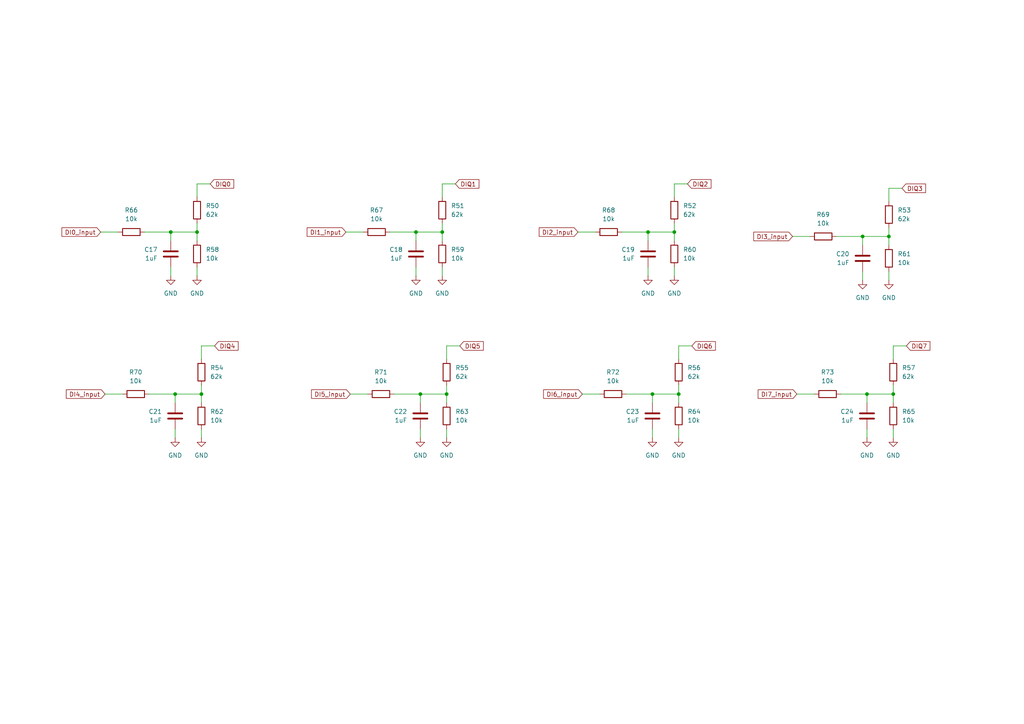
<source format=kicad_sch>
(kicad_sch
	(version 20231120)
	(generator "eeschema")
	(generator_version "8.0")
	(uuid "19edcbb8-d2c7-408b-8eb2-302c82d35600")
	(paper "A4")
	(title_block
		(title "PLC IO Module")
		(rev "1.0.0")
		(company "Dawid Kania")
	)
	(lib_symbols
		(symbol "Device:C"
			(pin_numbers hide)
			(pin_names
				(offset 0.254)
			)
			(exclude_from_sim no)
			(in_bom yes)
			(on_board yes)
			(property "Reference" "C"
				(at 0.635 2.54 0)
				(effects
					(font
						(size 1.27 1.27)
					)
					(justify left)
				)
			)
			(property "Value" "C"
				(at 0.635 -2.54 0)
				(effects
					(font
						(size 1.27 1.27)
					)
					(justify left)
				)
			)
			(property "Footprint" ""
				(at 0.9652 -3.81 0)
				(effects
					(font
						(size 1.27 1.27)
					)
					(hide yes)
				)
			)
			(property "Datasheet" "~"
				(at 0 0 0)
				(effects
					(font
						(size 1.27 1.27)
					)
					(hide yes)
				)
			)
			(property "Description" "Unpolarized capacitor"
				(at 0 0 0)
				(effects
					(font
						(size 1.27 1.27)
					)
					(hide yes)
				)
			)
			(property "ki_keywords" "cap capacitor"
				(at 0 0 0)
				(effects
					(font
						(size 1.27 1.27)
					)
					(hide yes)
				)
			)
			(property "ki_fp_filters" "C_*"
				(at 0 0 0)
				(effects
					(font
						(size 1.27 1.27)
					)
					(hide yes)
				)
			)
			(symbol "C_0_1"
				(polyline
					(pts
						(xy -2.032 -0.762) (xy 2.032 -0.762)
					)
					(stroke
						(width 0.508)
						(type default)
					)
					(fill
						(type none)
					)
				)
				(polyline
					(pts
						(xy -2.032 0.762) (xy 2.032 0.762)
					)
					(stroke
						(width 0.508)
						(type default)
					)
					(fill
						(type none)
					)
				)
			)
			(symbol "C_1_1"
				(pin passive line
					(at 0 3.81 270)
					(length 2.794)
					(name "~"
						(effects
							(font
								(size 1.27 1.27)
							)
						)
					)
					(number "1"
						(effects
							(font
								(size 1.27 1.27)
							)
						)
					)
				)
				(pin passive line
					(at 0 -3.81 90)
					(length 2.794)
					(name "~"
						(effects
							(font
								(size 1.27 1.27)
							)
						)
					)
					(number "2"
						(effects
							(font
								(size 1.27 1.27)
							)
						)
					)
				)
			)
		)
		(symbol "Device:R"
			(pin_numbers hide)
			(pin_names
				(offset 0)
			)
			(exclude_from_sim no)
			(in_bom yes)
			(on_board yes)
			(property "Reference" "R"
				(at 2.032 0 90)
				(effects
					(font
						(size 1.27 1.27)
					)
				)
			)
			(property "Value" "R"
				(at 0 0 90)
				(effects
					(font
						(size 1.27 1.27)
					)
				)
			)
			(property "Footprint" ""
				(at -1.778 0 90)
				(effects
					(font
						(size 1.27 1.27)
					)
					(hide yes)
				)
			)
			(property "Datasheet" "~"
				(at 0 0 0)
				(effects
					(font
						(size 1.27 1.27)
					)
					(hide yes)
				)
			)
			(property "Description" "Resistor"
				(at 0 0 0)
				(effects
					(font
						(size 1.27 1.27)
					)
					(hide yes)
				)
			)
			(property "ki_keywords" "R res resistor"
				(at 0 0 0)
				(effects
					(font
						(size 1.27 1.27)
					)
					(hide yes)
				)
			)
			(property "ki_fp_filters" "R_*"
				(at 0 0 0)
				(effects
					(font
						(size 1.27 1.27)
					)
					(hide yes)
				)
			)
			(symbol "R_0_1"
				(rectangle
					(start -1.016 -2.54)
					(end 1.016 2.54)
					(stroke
						(width 0.254)
						(type default)
					)
					(fill
						(type none)
					)
				)
			)
			(symbol "R_1_1"
				(pin passive line
					(at 0 3.81 270)
					(length 1.27)
					(name "~"
						(effects
							(font
								(size 1.27 1.27)
							)
						)
					)
					(number "1"
						(effects
							(font
								(size 1.27 1.27)
							)
						)
					)
				)
				(pin passive line
					(at 0 -3.81 90)
					(length 1.27)
					(name "~"
						(effects
							(font
								(size 1.27 1.27)
							)
						)
					)
					(number "2"
						(effects
							(font
								(size 1.27 1.27)
							)
						)
					)
				)
			)
		)
		(symbol "power:GND"
			(power)
			(pin_numbers hide)
			(pin_names
				(offset 0) hide)
			(exclude_from_sim no)
			(in_bom yes)
			(on_board yes)
			(property "Reference" "#PWR"
				(at 0 -6.35 0)
				(effects
					(font
						(size 1.27 1.27)
					)
					(hide yes)
				)
			)
			(property "Value" "GND"
				(at 0 -3.81 0)
				(effects
					(font
						(size 1.27 1.27)
					)
				)
			)
			(property "Footprint" ""
				(at 0 0 0)
				(effects
					(font
						(size 1.27 1.27)
					)
					(hide yes)
				)
			)
			(property "Datasheet" ""
				(at 0 0 0)
				(effects
					(font
						(size 1.27 1.27)
					)
					(hide yes)
				)
			)
			(property "Description" "Power symbol creates a global label with name \"GND\" , ground"
				(at 0 0 0)
				(effects
					(font
						(size 1.27 1.27)
					)
					(hide yes)
				)
			)
			(property "ki_keywords" "global power"
				(at 0 0 0)
				(effects
					(font
						(size 1.27 1.27)
					)
					(hide yes)
				)
			)
			(symbol "GND_0_1"
				(polyline
					(pts
						(xy 0 0) (xy 0 -1.27) (xy 1.27 -1.27) (xy 0 -2.54) (xy -1.27 -1.27) (xy 0 -1.27)
					)
					(stroke
						(width 0)
						(type default)
					)
					(fill
						(type none)
					)
				)
			)
			(symbol "GND_1_1"
				(pin power_in line
					(at 0 0 270)
					(length 0)
					(name "~"
						(effects
							(font
								(size 1.27 1.27)
							)
						)
					)
					(number "1"
						(effects
							(font
								(size 1.27 1.27)
							)
						)
					)
				)
			)
		)
	)
	(junction
		(at 259.08 114.3)
		(diameter 0)
		(color 0 0 0 0)
		(uuid "2b5f9e44-5774-4000-a74e-52e150bbc5de")
	)
	(junction
		(at 187.96 67.31)
		(diameter 0)
		(color 0 0 0 0)
		(uuid "2ff78e3b-3869-4962-bd29-dbb236c98e82")
	)
	(junction
		(at 195.58 67.31)
		(diameter 0)
		(color 0 0 0 0)
		(uuid "484ce9e1-2757-4093-ae30-bc64148a41cf")
	)
	(junction
		(at 128.27 67.31)
		(diameter 0)
		(color 0 0 0 0)
		(uuid "4e6d1bd3-6f64-4aa9-9d75-ec0d27d96ff7")
	)
	(junction
		(at 129.54 114.3)
		(diameter 0)
		(color 0 0 0 0)
		(uuid "691980eb-692c-4c80-89f6-8b9f7446763e")
	)
	(junction
		(at 50.8 114.3)
		(diameter 0)
		(color 0 0 0 0)
		(uuid "709fd3ea-a2d4-4183-a076-f7fc6094384f")
	)
	(junction
		(at 121.92 114.3)
		(diameter 0)
		(color 0 0 0 0)
		(uuid "80d3b8f9-f354-4afd-8e6e-2c559ab48195")
	)
	(junction
		(at 49.53 67.31)
		(diameter 0)
		(color 0 0 0 0)
		(uuid "839a1dc9-3b88-4299-99b6-60a4ea7f0fca")
	)
	(junction
		(at 257.81 68.58)
		(diameter 0)
		(color 0 0 0 0)
		(uuid "86ce4088-58b7-4aea-8da2-078ec99c9871")
	)
	(junction
		(at 120.65 67.31)
		(diameter 0)
		(color 0 0 0 0)
		(uuid "9950c93b-dc3f-4222-b877-6d0da38ca05a")
	)
	(junction
		(at 251.46 114.3)
		(diameter 0)
		(color 0 0 0 0)
		(uuid "aabc3dda-aafd-4d55-a445-7167814e7627")
	)
	(junction
		(at 250.19 68.58)
		(diameter 0)
		(color 0 0 0 0)
		(uuid "b868496b-da80-4f67-aa10-f1cc3db8e4bc")
	)
	(junction
		(at 57.15 67.31)
		(diameter 0)
		(color 0 0 0 0)
		(uuid "bf82ca43-5e6e-4d1a-b776-b1e99ee2f56b")
	)
	(junction
		(at 189.23 114.3)
		(diameter 0)
		(color 0 0 0 0)
		(uuid "e0f303c8-2671-4d3a-9e5a-18ddf46e24d6")
	)
	(junction
		(at 196.85 114.3)
		(diameter 0)
		(color 0 0 0 0)
		(uuid "f125dd5d-c4e9-426b-80ee-11c5e0e67082")
	)
	(junction
		(at 58.42 114.3)
		(diameter 0)
		(color 0 0 0 0)
		(uuid "f14b9d3d-d513-4cf5-b421-42118e7eb419")
	)
	(wire
		(pts
			(xy 105.41 67.31) (xy 100.33 67.31)
		)
		(stroke
			(width 0)
			(type default)
		)
		(uuid "0b2fc487-adf7-4306-8ddd-00b8612aedb7")
	)
	(wire
		(pts
			(xy 257.81 68.58) (xy 257.81 71.12)
		)
		(stroke
			(width 0)
			(type default)
		)
		(uuid "126e5805-6a7b-44a5-8373-2ac4719f862f")
	)
	(wire
		(pts
			(xy 121.92 114.3) (xy 121.92 116.84)
		)
		(stroke
			(width 0)
			(type default)
		)
		(uuid "13a750d0-a9bc-4e4c-89eb-2726b178c58b")
	)
	(wire
		(pts
			(xy 57.15 64.77) (xy 57.15 67.31)
		)
		(stroke
			(width 0)
			(type default)
		)
		(uuid "181206ec-12c4-450d-b81f-394bd78417a8")
	)
	(wire
		(pts
			(xy 243.84 114.3) (xy 251.46 114.3)
		)
		(stroke
			(width 0)
			(type default)
		)
		(uuid "183c01be-064b-426a-8778-430945ea4df5")
	)
	(wire
		(pts
			(xy 189.23 114.3) (xy 196.85 114.3)
		)
		(stroke
			(width 0)
			(type default)
		)
		(uuid "1ad6b869-66b3-4a5e-9b58-3c07aa26342d")
	)
	(wire
		(pts
			(xy 195.58 64.77) (xy 195.58 67.31)
		)
		(stroke
			(width 0)
			(type default)
		)
		(uuid "1b57ddfa-31f8-40d5-b8f1-a7a4f279f9c8")
	)
	(wire
		(pts
			(xy 120.65 77.47) (xy 120.65 80.01)
		)
		(stroke
			(width 0)
			(type default)
		)
		(uuid "20d72887-cfe9-4627-8374-21bbcdd372bf")
	)
	(wire
		(pts
			(xy 57.15 57.15) (xy 57.15 53.34)
		)
		(stroke
			(width 0)
			(type default)
		)
		(uuid "24acc6ad-814f-4d33-93bb-5d1433b9c6f8")
	)
	(wire
		(pts
			(xy 196.85 111.76) (xy 196.85 114.3)
		)
		(stroke
			(width 0)
			(type default)
		)
		(uuid "27607049-ef47-47ee-83dd-3fba7c4f5c97")
	)
	(wire
		(pts
			(xy 250.19 68.58) (xy 250.19 71.12)
		)
		(stroke
			(width 0)
			(type default)
		)
		(uuid "28abc801-1dca-480b-97f8-338d3a004137")
	)
	(wire
		(pts
			(xy 34.29 67.31) (xy 29.21 67.31)
		)
		(stroke
			(width 0)
			(type default)
		)
		(uuid "2beacf57-ab3e-4054-a1bd-1fb161e8338a")
	)
	(wire
		(pts
			(xy 236.22 114.3) (xy 231.14 114.3)
		)
		(stroke
			(width 0)
			(type default)
		)
		(uuid "2edcfd76-4f63-423d-9e83-df788c06a2e3")
	)
	(wire
		(pts
			(xy 120.65 67.31) (xy 128.27 67.31)
		)
		(stroke
			(width 0)
			(type default)
		)
		(uuid "33486b4a-3c62-4a33-b16c-d5dbd3d676c2")
	)
	(wire
		(pts
			(xy 58.42 111.76) (xy 58.42 114.3)
		)
		(stroke
			(width 0)
			(type default)
		)
		(uuid "34f401af-ddd3-435d-8909-1db4d7d3aa4a")
	)
	(wire
		(pts
			(xy 187.96 67.31) (xy 187.96 69.85)
		)
		(stroke
			(width 0)
			(type default)
		)
		(uuid "3758f9a1-8d29-4232-91d5-17e268969b7e")
	)
	(wire
		(pts
			(xy 57.15 53.34) (xy 60.96 53.34)
		)
		(stroke
			(width 0)
			(type default)
		)
		(uuid "38c1d884-7530-4db3-a3ee-f8a0914bcdc2")
	)
	(wire
		(pts
			(xy 58.42 104.14) (xy 58.42 100.33)
		)
		(stroke
			(width 0)
			(type default)
		)
		(uuid "3a00ec5d-a9bf-441f-bda1-dce79ef657fb")
	)
	(wire
		(pts
			(xy 259.08 100.33) (xy 262.89 100.33)
		)
		(stroke
			(width 0)
			(type default)
		)
		(uuid "3c085481-7a24-46b8-99ed-a65c1ff7d4ef")
	)
	(wire
		(pts
			(xy 129.54 100.33) (xy 133.35 100.33)
		)
		(stroke
			(width 0)
			(type default)
		)
		(uuid "3e67896d-3438-47ca-abc0-68f1c20738cb")
	)
	(wire
		(pts
			(xy 259.08 111.76) (xy 259.08 114.3)
		)
		(stroke
			(width 0)
			(type default)
		)
		(uuid "43f2af9d-cb14-449d-bf1a-3aadec1862e3")
	)
	(wire
		(pts
			(xy 50.8 114.3) (xy 58.42 114.3)
		)
		(stroke
			(width 0)
			(type default)
		)
		(uuid "4a86f376-eda2-479e-8847-c265b8415cb2")
	)
	(wire
		(pts
			(xy 128.27 77.47) (xy 128.27 80.01)
		)
		(stroke
			(width 0)
			(type default)
		)
		(uuid "4e791a2c-81e8-41da-b4bd-77f7c1133cfb")
	)
	(wire
		(pts
			(xy 50.8 114.3) (xy 50.8 116.84)
		)
		(stroke
			(width 0)
			(type default)
		)
		(uuid "4f324f2e-509a-4db7-9deb-68f26176b5a9")
	)
	(wire
		(pts
			(xy 251.46 114.3) (xy 259.08 114.3)
		)
		(stroke
			(width 0)
			(type default)
		)
		(uuid "4f587926-3e43-4c36-8fa8-27dad6ee581d")
	)
	(wire
		(pts
			(xy 187.96 67.31) (xy 195.58 67.31)
		)
		(stroke
			(width 0)
			(type default)
		)
		(uuid "53e08405-4520-443a-88a0-88b3cc6afa47")
	)
	(wire
		(pts
			(xy 50.8 124.46) (xy 50.8 127)
		)
		(stroke
			(width 0)
			(type default)
		)
		(uuid "5b853bc9-6172-4b6a-8194-46fe0ec1b669")
	)
	(wire
		(pts
			(xy 58.42 100.33) (xy 62.23 100.33)
		)
		(stroke
			(width 0)
			(type default)
		)
		(uuid "5cab0cf2-4fd9-4491-ad03-dd048e6eb64f")
	)
	(wire
		(pts
			(xy 259.08 104.14) (xy 259.08 100.33)
		)
		(stroke
			(width 0)
			(type default)
		)
		(uuid "5cbb414a-f44d-4782-8a14-c1393bec3d1f")
	)
	(wire
		(pts
			(xy 128.27 57.15) (xy 128.27 53.34)
		)
		(stroke
			(width 0)
			(type default)
		)
		(uuid "644094b8-96a1-4e04-aa1c-7bc43891e6fd")
	)
	(wire
		(pts
			(xy 259.08 114.3) (xy 259.08 116.84)
		)
		(stroke
			(width 0)
			(type default)
		)
		(uuid "65d4c527-f501-4f95-82d6-4ff40e17e935")
	)
	(wire
		(pts
			(xy 181.61 114.3) (xy 189.23 114.3)
		)
		(stroke
			(width 0)
			(type default)
		)
		(uuid "67191f55-70e5-4c5a-8ddd-f8f545c8ee37")
	)
	(wire
		(pts
			(xy 57.15 67.31) (xy 57.15 69.85)
		)
		(stroke
			(width 0)
			(type default)
		)
		(uuid "6c05376a-0d1f-4e15-91a0-497d8b6cb9dc")
	)
	(wire
		(pts
			(xy 173.99 114.3) (xy 168.91 114.3)
		)
		(stroke
			(width 0)
			(type default)
		)
		(uuid "7150435a-0335-457d-8141-dda798aeb9f2")
	)
	(wire
		(pts
			(xy 189.23 114.3) (xy 189.23 116.84)
		)
		(stroke
			(width 0)
			(type default)
		)
		(uuid "71bac00a-62cf-4dac-ad63-71a99183154f")
	)
	(wire
		(pts
			(xy 195.58 67.31) (xy 195.58 69.85)
		)
		(stroke
			(width 0)
			(type default)
		)
		(uuid "729fb109-618d-454a-88ba-90da63b3b2c7")
	)
	(wire
		(pts
			(xy 250.19 78.74) (xy 250.19 81.28)
		)
		(stroke
			(width 0)
			(type default)
		)
		(uuid "766c4623-b88e-41d2-a21a-dfca525d3060")
	)
	(wire
		(pts
			(xy 257.81 58.42) (xy 257.81 54.61)
		)
		(stroke
			(width 0)
			(type default)
		)
		(uuid "7cf940a9-a190-4390-8547-bc4f96a4841b")
	)
	(wire
		(pts
			(xy 189.23 124.46) (xy 189.23 127)
		)
		(stroke
			(width 0)
			(type default)
		)
		(uuid "7ee6241e-4c7b-47bc-a37b-efc95d23b457")
	)
	(wire
		(pts
			(xy 120.65 67.31) (xy 120.65 69.85)
		)
		(stroke
			(width 0)
			(type default)
		)
		(uuid "828d988e-93ef-42da-8ef5-61d4e8a8249d")
	)
	(wire
		(pts
			(xy 257.81 54.61) (xy 261.62 54.61)
		)
		(stroke
			(width 0)
			(type default)
		)
		(uuid "8751c231-2604-4bce-af6f-1bc7fdb73889")
	)
	(wire
		(pts
			(xy 251.46 124.46) (xy 251.46 127)
		)
		(stroke
			(width 0)
			(type default)
		)
		(uuid "8d69045e-0758-4977-a257-3199cc01e84c")
	)
	(wire
		(pts
			(xy 196.85 104.14) (xy 196.85 100.33)
		)
		(stroke
			(width 0)
			(type default)
		)
		(uuid "8f210984-b852-49ce-b3b9-0b55ec0ae858")
	)
	(wire
		(pts
			(xy 106.68 114.3) (xy 101.6 114.3)
		)
		(stroke
			(width 0)
			(type default)
		)
		(uuid "911d0230-2b43-4a76-884a-d39af07a968d")
	)
	(wire
		(pts
			(xy 128.27 53.34) (xy 132.08 53.34)
		)
		(stroke
			(width 0)
			(type default)
		)
		(uuid "96795822-73d3-4c7f-9370-20cbc2e32e3a")
	)
	(wire
		(pts
			(xy 114.3 114.3) (xy 121.92 114.3)
		)
		(stroke
			(width 0)
			(type default)
		)
		(uuid "983323b9-ddb2-4154-a806-f323cd2d82c9")
	)
	(wire
		(pts
			(xy 257.81 78.74) (xy 257.81 81.28)
		)
		(stroke
			(width 0)
			(type default)
		)
		(uuid "9ba39b16-1050-41a5-8b9a-6934cedbc147")
	)
	(wire
		(pts
			(xy 121.92 114.3) (xy 129.54 114.3)
		)
		(stroke
			(width 0)
			(type default)
		)
		(uuid "9f93401a-000d-4fdc-b7cb-f7359fc47fa9")
	)
	(wire
		(pts
			(xy 49.53 77.47) (xy 49.53 80.01)
		)
		(stroke
			(width 0)
			(type default)
		)
		(uuid "a2010948-0f46-4b79-a747-98f98227bf49")
	)
	(wire
		(pts
			(xy 196.85 124.46) (xy 196.85 127)
		)
		(stroke
			(width 0)
			(type default)
		)
		(uuid "a2497bb4-5d4a-45e8-82c5-5ea736d5bcef")
	)
	(wire
		(pts
			(xy 129.54 111.76) (xy 129.54 114.3)
		)
		(stroke
			(width 0)
			(type default)
		)
		(uuid "a2cd9284-57cc-4084-a16a-49b3e06f814e")
	)
	(wire
		(pts
			(xy 172.72 67.31) (xy 167.64 67.31)
		)
		(stroke
			(width 0)
			(type default)
		)
		(uuid "a3293c73-4c4a-4add-aa99-a890bd6e1cde")
	)
	(wire
		(pts
			(xy 180.34 67.31) (xy 187.96 67.31)
		)
		(stroke
			(width 0)
			(type default)
		)
		(uuid "a625e0dc-0ee8-48d5-93da-830f983126d8")
	)
	(wire
		(pts
			(xy 187.96 77.47) (xy 187.96 80.01)
		)
		(stroke
			(width 0)
			(type default)
		)
		(uuid "a8c9c7a4-f553-4ec4-8642-2d868db2ffec")
	)
	(wire
		(pts
			(xy 250.19 68.58) (xy 257.81 68.58)
		)
		(stroke
			(width 0)
			(type default)
		)
		(uuid "ab7e5a32-f1ae-4b31-8e97-94299e888bae")
	)
	(wire
		(pts
			(xy 196.85 100.33) (xy 200.66 100.33)
		)
		(stroke
			(width 0)
			(type default)
		)
		(uuid "af38ec00-4187-47ea-9325-5957bbd760a2")
	)
	(wire
		(pts
			(xy 49.53 67.31) (xy 57.15 67.31)
		)
		(stroke
			(width 0)
			(type default)
		)
		(uuid "aff3e020-e778-4594-934a-add080a6183e")
	)
	(wire
		(pts
			(xy 58.42 124.46) (xy 58.42 127)
		)
		(stroke
			(width 0)
			(type default)
		)
		(uuid "b1a795e5-ff37-4454-a1e0-e15fc03a4e6b")
	)
	(wire
		(pts
			(xy 41.91 67.31) (xy 49.53 67.31)
		)
		(stroke
			(width 0)
			(type default)
		)
		(uuid "bac32f9a-1404-4f69-9b8a-95b15a57d124")
	)
	(wire
		(pts
			(xy 43.18 114.3) (xy 50.8 114.3)
		)
		(stroke
			(width 0)
			(type default)
		)
		(uuid "c6cf5404-c20e-42f7-9475-c9fdcac62246")
	)
	(wire
		(pts
			(xy 129.54 104.14) (xy 129.54 100.33)
		)
		(stroke
			(width 0)
			(type default)
		)
		(uuid "c845451c-e532-4bec-aaac-97da4d2e6d67")
	)
	(wire
		(pts
			(xy 195.58 53.34) (xy 199.39 53.34)
		)
		(stroke
			(width 0)
			(type default)
		)
		(uuid "ca46dac7-f419-4419-9f06-08ab784f36e8")
	)
	(wire
		(pts
			(xy 129.54 114.3) (xy 129.54 116.84)
		)
		(stroke
			(width 0)
			(type default)
		)
		(uuid "cc564edc-cd40-4f4f-b78d-dd6948e62374")
	)
	(wire
		(pts
			(xy 113.03 67.31) (xy 120.65 67.31)
		)
		(stroke
			(width 0)
			(type default)
		)
		(uuid "ceca3002-70a8-45dd-8d41-49f504c87107")
	)
	(wire
		(pts
			(xy 234.95 68.58) (xy 229.87 68.58)
		)
		(stroke
			(width 0)
			(type default)
		)
		(uuid "d0319685-d9ec-454c-8ce7-cc92e647685c")
	)
	(wire
		(pts
			(xy 259.08 124.46) (xy 259.08 127)
		)
		(stroke
			(width 0)
			(type default)
		)
		(uuid "d3f3eb49-1e25-409d-9c23-eb807b920ed1")
	)
	(wire
		(pts
			(xy 195.58 57.15) (xy 195.58 53.34)
		)
		(stroke
			(width 0)
			(type default)
		)
		(uuid "d70ea81b-ee73-4588-9d38-f113ac3ea3b4")
	)
	(wire
		(pts
			(xy 195.58 77.47) (xy 195.58 80.01)
		)
		(stroke
			(width 0)
			(type default)
		)
		(uuid "da09cdc3-9a85-4c07-b8c4-cc9b0fc481d8")
	)
	(wire
		(pts
			(xy 128.27 64.77) (xy 128.27 67.31)
		)
		(stroke
			(width 0)
			(type default)
		)
		(uuid "dd0a2df7-945a-4c9f-be4f-5601cd2368ed")
	)
	(wire
		(pts
			(xy 49.53 67.31) (xy 49.53 69.85)
		)
		(stroke
			(width 0)
			(type default)
		)
		(uuid "e050a4ab-f2ae-4bb9-a3f0-e4d572390abc")
	)
	(wire
		(pts
			(xy 35.56 114.3) (xy 30.48 114.3)
		)
		(stroke
			(width 0)
			(type default)
		)
		(uuid "e47ada8a-e48c-4288-b556-3bcc22b505a9")
	)
	(wire
		(pts
			(xy 58.42 114.3) (xy 58.42 116.84)
		)
		(stroke
			(width 0)
			(type default)
		)
		(uuid "e7da9436-c17a-4476-b34a-c2b80d667448")
	)
	(wire
		(pts
			(xy 57.15 77.47) (xy 57.15 80.01)
		)
		(stroke
			(width 0)
			(type default)
		)
		(uuid "f5cdb396-b594-4554-94a6-b468a52e9cee")
	)
	(wire
		(pts
			(xy 128.27 67.31) (xy 128.27 69.85)
		)
		(stroke
			(width 0)
			(type default)
		)
		(uuid "f5dc8ac1-ca82-484b-8801-6326a721f2d7")
	)
	(wire
		(pts
			(xy 129.54 124.46) (xy 129.54 127)
		)
		(stroke
			(width 0)
			(type default)
		)
		(uuid "f977853f-c571-4862-a00a-7163b51eb402")
	)
	(wire
		(pts
			(xy 121.92 124.46) (xy 121.92 127)
		)
		(stroke
			(width 0)
			(type default)
		)
		(uuid "fab57531-5f95-49d2-a197-96d0438048ac")
	)
	(wire
		(pts
			(xy 242.57 68.58) (xy 250.19 68.58)
		)
		(stroke
			(width 0)
			(type default)
		)
		(uuid "fb1f09f7-881a-43b7-a23b-e25193347267")
	)
	(wire
		(pts
			(xy 257.81 66.04) (xy 257.81 68.58)
		)
		(stroke
			(width 0)
			(type default)
		)
		(uuid "fb944db4-d76d-406a-ba2f-01875398d745")
	)
	(wire
		(pts
			(xy 196.85 114.3) (xy 196.85 116.84)
		)
		(stroke
			(width 0)
			(type default)
		)
		(uuid "fc09eb14-ae21-4f50-8056-6fe9902b4ec9")
	)
	(wire
		(pts
			(xy 251.46 114.3) (xy 251.46 116.84)
		)
		(stroke
			(width 0)
			(type default)
		)
		(uuid "fd157d34-05d2-4a93-b27f-43473f456a62")
	)
	(global_label "DI3_input"
		(shape input)
		(at 229.87 68.58 180)
		(fields_autoplaced yes)
		(effects
			(font
				(size 1.27 1.27)
			)
			(justify right)
		)
		(uuid "0c7e3ce0-a81a-40e1-8e6c-6a31215b23a2")
		(property "Intersheetrefs" "${INTERSHEET_REFS}"
			(at 218.0554 68.58 0)
			(effects
				(font
					(size 1.27 1.27)
				)
				(justify right)
				(hide yes)
			)
		)
	)
	(global_label "DI0_input"
		(shape input)
		(at 29.21 67.31 180)
		(fields_autoplaced yes)
		(effects
			(font
				(size 1.27 1.27)
			)
			(justify right)
		)
		(uuid "3eac9c92-3259-40c2-9b21-5c76f8673399")
		(property "Intersheetrefs" "${INTERSHEET_REFS}"
			(at 17.3954 67.31 0)
			(effects
				(font
					(size 1.27 1.27)
				)
				(justify right)
				(hide yes)
			)
		)
	)
	(global_label "DIQ3"
		(shape input)
		(at 261.62 54.61 0)
		(fields_autoplaced yes)
		(effects
			(font
				(size 1.27 1.27)
			)
			(justify left)
		)
		(uuid "4f4a2f8b-4b87-4eb0-a579-b9b190f816ae")
		(property "Intersheetrefs" "${INTERSHEET_REFS}"
			(at 269.02 54.61 0)
			(effects
				(font
					(size 1.27 1.27)
				)
				(justify left)
				(hide yes)
			)
		)
	)
	(global_label "DIQ0"
		(shape input)
		(at 60.96 53.34 0)
		(fields_autoplaced yes)
		(effects
			(font
				(size 1.27 1.27)
			)
			(justify left)
		)
		(uuid "666b5b95-a366-4440-8d0b-bffa68cd7a3d")
		(property "Intersheetrefs" "${INTERSHEET_REFS}"
			(at 68.36 53.34 0)
			(effects
				(font
					(size 1.27 1.27)
				)
				(justify left)
				(hide yes)
			)
		)
	)
	(global_label "DI4_input"
		(shape input)
		(at 30.48 114.3 180)
		(fields_autoplaced yes)
		(effects
			(font
				(size 1.27 1.27)
			)
			(justify right)
		)
		(uuid "7b6e46ed-0e45-48f8-ab86-a0d74ba1c366")
		(property "Intersheetrefs" "${INTERSHEET_REFS}"
			(at 18.6654 114.3 0)
			(effects
				(font
					(size 1.27 1.27)
				)
				(justify right)
				(hide yes)
			)
		)
	)
	(global_label "DIQ7"
		(shape input)
		(at 262.89 100.33 0)
		(fields_autoplaced yes)
		(effects
			(font
				(size 1.27 1.27)
			)
			(justify left)
		)
		(uuid "7ec6036d-0629-4c81-9bd6-c73b1781a464")
		(property "Intersheetrefs" "${INTERSHEET_REFS}"
			(at 270.29 100.33 0)
			(effects
				(font
					(size 1.27 1.27)
				)
				(justify left)
				(hide yes)
			)
		)
	)
	(global_label "DIQ1"
		(shape input)
		(at 132.08 53.34 0)
		(fields_autoplaced yes)
		(effects
			(font
				(size 1.27 1.27)
			)
			(justify left)
		)
		(uuid "88689920-e0d7-473f-aa9d-9f8689fb6075")
		(property "Intersheetrefs" "${INTERSHEET_REFS}"
			(at 139.48 53.34 0)
			(effects
				(font
					(size 1.27 1.27)
				)
				(justify left)
				(hide yes)
			)
		)
	)
	(global_label "DIQ6"
		(shape input)
		(at 200.66 100.33 0)
		(fields_autoplaced yes)
		(effects
			(font
				(size 1.27 1.27)
			)
			(justify left)
		)
		(uuid "a2eefa0b-4e10-478e-ba97-1a3f7d1f5551")
		(property "Intersheetrefs" "${INTERSHEET_REFS}"
			(at 208.06 100.33 0)
			(effects
				(font
					(size 1.27 1.27)
				)
				(justify left)
				(hide yes)
			)
		)
	)
	(global_label "DI7_input"
		(shape input)
		(at 231.14 114.3 180)
		(fields_autoplaced yes)
		(effects
			(font
				(size 1.27 1.27)
			)
			(justify right)
		)
		(uuid "a58d6113-80b0-4817-8e3e-f0d8bcb621c3")
		(property "Intersheetrefs" "${INTERSHEET_REFS}"
			(at 219.3254 114.3 0)
			(effects
				(font
					(size 1.27 1.27)
				)
				(justify right)
				(hide yes)
			)
		)
	)
	(global_label "DIQ5"
		(shape input)
		(at 133.35 100.33 0)
		(fields_autoplaced yes)
		(effects
			(font
				(size 1.27 1.27)
			)
			(justify left)
		)
		(uuid "b226330d-21b7-4f82-8261-bba774a7a49f")
		(property "Intersheetrefs" "${INTERSHEET_REFS}"
			(at 140.75 100.33 0)
			(effects
				(font
					(size 1.27 1.27)
				)
				(justify left)
				(hide yes)
			)
		)
	)
	(global_label "DI6_input"
		(shape input)
		(at 168.91 114.3 180)
		(fields_autoplaced yes)
		(effects
			(font
				(size 1.27 1.27)
			)
			(justify right)
		)
		(uuid "b8bbb55a-d8aa-4182-93f2-1e89f90255f8")
		(property "Intersheetrefs" "${INTERSHEET_REFS}"
			(at 157.0954 114.3 0)
			(effects
				(font
					(size 1.27 1.27)
				)
				(justify right)
				(hide yes)
			)
		)
	)
	(global_label "DI1_input"
		(shape input)
		(at 100.33 67.31 180)
		(fields_autoplaced yes)
		(effects
			(font
				(size 1.27 1.27)
			)
			(justify right)
		)
		(uuid "d427976e-a3ba-4911-8995-09515672e9ff")
		(property "Intersheetrefs" "${INTERSHEET_REFS}"
			(at 88.5154 67.31 0)
			(effects
				(font
					(size 1.27 1.27)
				)
				(justify right)
				(hide yes)
			)
		)
	)
	(global_label "DIQ2"
		(shape input)
		(at 199.39 53.34 0)
		(fields_autoplaced yes)
		(effects
			(font
				(size 1.27 1.27)
			)
			(justify left)
		)
		(uuid "d7651efc-533b-4218-a43a-75837944d5b2")
		(property "Intersheetrefs" "${INTERSHEET_REFS}"
			(at 206.79 53.34 0)
			(effects
				(font
					(size 1.27 1.27)
				)
				(justify left)
				(hide yes)
			)
		)
	)
	(global_label "DIQ4"
		(shape input)
		(at 62.23 100.33 0)
		(fields_autoplaced yes)
		(effects
			(font
				(size 1.27 1.27)
			)
			(justify left)
		)
		(uuid "db62ad62-93b8-46f2-9af5-4c09e29a1a0e")
		(property "Intersheetrefs" "${INTERSHEET_REFS}"
			(at 69.63 100.33 0)
			(effects
				(font
					(size 1.27 1.27)
				)
				(justify left)
				(hide yes)
			)
		)
	)
	(global_label "DI5_input"
		(shape input)
		(at 101.6 114.3 180)
		(fields_autoplaced yes)
		(effects
			(font
				(size 1.27 1.27)
			)
			(justify right)
		)
		(uuid "e27f7d53-4090-4e4a-a4b1-40bc8ed201f6")
		(property "Intersheetrefs" "${INTERSHEET_REFS}"
			(at 89.7854 114.3 0)
			(effects
				(font
					(size 1.27 1.27)
				)
				(justify right)
				(hide yes)
			)
		)
	)
	(global_label "DI2_input"
		(shape input)
		(at 167.64 67.31 180)
		(fields_autoplaced yes)
		(effects
			(font
				(size 1.27 1.27)
			)
			(justify right)
		)
		(uuid "f3d44bb6-331d-4724-9520-69f50b421043")
		(property "Intersheetrefs" "${INTERSHEET_REFS}"
			(at 155.8254 67.31 0)
			(effects
				(font
					(size 1.27 1.27)
				)
				(justify right)
				(hide yes)
			)
		)
	)
	(symbol
		(lib_id "Device:R")
		(at 38.1 67.31 90)
		(unit 1)
		(exclude_from_sim no)
		(in_bom yes)
		(on_board yes)
		(dnp no)
		(fields_autoplaced yes)
		(uuid "02c446b2-c380-4bbb-9279-bdaeb2b1670e")
		(property "Reference" "R66"
			(at 38.1 60.96 90)
			(effects
				(font
					(size 1.27 1.27)
				)
			)
		)
		(property "Value" "10k"
			(at 38.1 63.5 90)
			(effects
				(font
					(size 1.27 1.27)
				)
			)
		)
		(property "Footprint" "Resistor_SMD:R_0805_2012Metric_Pad1.20x1.40mm_HandSolder"
			(at 38.1 69.088 90)
			(effects
				(font
					(size 1.27 1.27)
				)
				(hide yes)
			)
		)
		(property "Datasheet" "~"
			(at 38.1 67.31 0)
			(effects
				(font
					(size 1.27 1.27)
				)
				(hide yes)
			)
		)
		(property "Description" "Resistor"
			(at 38.1 67.31 0)
			(effects
				(font
					(size 1.27 1.27)
				)
				(hide yes)
			)
		)
		(property "Sim.Device" ""
			(at 38.1 67.31 0)
			(effects
				(font
					(size 1.27 1.27)
				)
				(hide yes)
			)
		)
		(property "Sim.Pins" ""
			(at 38.1 67.31 0)
			(effects
				(font
					(size 1.27 1.27)
				)
				(hide yes)
			)
		)
		(property "Sim.Type" ""
			(at 38.1 67.31 0)
			(effects
				(font
					(size 1.27 1.27)
				)
				(hide yes)
			)
		)
		(property "Symbol Mouser" "603-RC0805FR-1010KL"
			(at 38.1 67.31 0)
			(effects
				(font
					(size 1.27 1.27)
				)
				(hide yes)
			)
		)
		(property "Symbol TME" "RC0805JR-0710K"
			(at 38.1 67.31 0)
			(effects
				(font
					(size 1.27 1.27)
				)
				(hide yes)
			)
		)
		(pin "2"
			(uuid "9e78314e-dd72-4f28-b670-2830f21b6c6c")
		)
		(pin "1"
			(uuid "cf459f4e-59d3-4ea8-a8bd-0511a5e79464")
		)
		(instances
			(project "plc_io_module"
				(path "/7c9d0049-b8ca-4ba4-b225-d2b103422ad4/9b9c80fa-f4ed-4996-8da8-526ac05eeb6a"
					(reference "R66")
					(unit 1)
				)
			)
		)
	)
	(symbol
		(lib_id "Device:R")
		(at 259.08 120.65 0)
		(unit 1)
		(exclude_from_sim no)
		(in_bom yes)
		(on_board yes)
		(dnp no)
		(fields_autoplaced yes)
		(uuid "02dddca5-9c82-406d-b79e-146f11445203")
		(property "Reference" "R65"
			(at 261.62 119.3799 0)
			(effects
				(font
					(size 1.27 1.27)
				)
				(justify left)
			)
		)
		(property "Value" "10k"
			(at 261.62 121.9199 0)
			(effects
				(font
					(size 1.27 1.27)
				)
				(justify left)
			)
		)
		(property "Footprint" "Resistor_SMD:R_0805_2012Metric_Pad1.20x1.40mm_HandSolder"
			(at 257.302 120.65 90)
			(effects
				(font
					(size 1.27 1.27)
				)
				(hide yes)
			)
		)
		(property "Datasheet" "~"
			(at 259.08 120.65 0)
			(effects
				(font
					(size 1.27 1.27)
				)
				(hide yes)
			)
		)
		(property "Description" "Resistor"
			(at 259.08 120.65 0)
			(effects
				(font
					(size 1.27 1.27)
				)
				(hide yes)
			)
		)
		(property "Sim.Device" ""
			(at 259.08 120.65 0)
			(effects
				(font
					(size 1.27 1.27)
				)
				(hide yes)
			)
		)
		(property "Sim.Pins" ""
			(at 259.08 120.65 0)
			(effects
				(font
					(size 1.27 1.27)
				)
				(hide yes)
			)
		)
		(property "Sim.Type" ""
			(at 259.08 120.65 0)
			(effects
				(font
					(size 1.27 1.27)
				)
				(hide yes)
			)
		)
		(property "Symbol Mouser" "603-RC0805FR-1010KL"
			(at 259.08 120.65 0)
			(effects
				(font
					(size 1.27 1.27)
				)
				(hide yes)
			)
		)
		(property "Symbol TME" "RC0805JR-0710K"
			(at 259.08 120.65 0)
			(effects
				(font
					(size 1.27 1.27)
				)
				(hide yes)
			)
		)
		(pin "2"
			(uuid "ab66aa81-a55a-46d7-b0d6-e39f13357488")
		)
		(pin "1"
			(uuid "cdc532c5-4c60-4f14-9578-80ea9311e281")
		)
		(instances
			(project "plc_io_module"
				(path "/7c9d0049-b8ca-4ba4-b225-d2b103422ad4/9b9c80fa-f4ed-4996-8da8-526ac05eeb6a"
					(reference "R65")
					(unit 1)
				)
			)
		)
	)
	(symbol
		(lib_id "power:GND")
		(at 50.8 127 0)
		(unit 1)
		(exclude_from_sim no)
		(in_bom yes)
		(on_board yes)
		(dnp no)
		(fields_autoplaced yes)
		(uuid "075f8d5a-7627-4f38-9c4c-b9e0d151e170")
		(property "Reference" "#PWR0302"
			(at 50.8 133.35 0)
			(effects
				(font
					(size 1.27 1.27)
				)
				(hide yes)
			)
		)
		(property "Value" "GND"
			(at 50.8 132.08 0)
			(effects
				(font
					(size 1.27 1.27)
				)
			)
		)
		(property "Footprint" ""
			(at 50.8 127 0)
			(effects
				(font
					(size 1.27 1.27)
				)
				(hide yes)
			)
		)
		(property "Datasheet" ""
			(at 50.8 127 0)
			(effects
				(font
					(size 1.27 1.27)
				)
				(hide yes)
			)
		)
		(property "Description" "Power symbol creates a global label with name \"GND\" , ground"
			(at 50.8 127 0)
			(effects
				(font
					(size 1.27 1.27)
				)
				(hide yes)
			)
		)
		(pin "1"
			(uuid "5d52e3c5-4f33-41a6-a806-60c99d79229d")
		)
		(instances
			(project "plc_io_module"
				(path "/7c9d0049-b8ca-4ba4-b225-d2b103422ad4/9b9c80fa-f4ed-4996-8da8-526ac05eeb6a"
					(reference "#PWR0302")
					(unit 1)
				)
			)
		)
	)
	(symbol
		(lib_id "Device:C")
		(at 49.53 73.66 0)
		(unit 1)
		(exclude_from_sim no)
		(in_bom yes)
		(on_board yes)
		(dnp no)
		(fields_autoplaced yes)
		(uuid "1572345f-831b-4489-bdda-d401aefdd25f")
		(property "Reference" "C17"
			(at 45.72 72.3899 0)
			(effects
				(font
					(size 1.27 1.27)
				)
				(justify right)
			)
		)
		(property "Value" "1uF"
			(at 45.72 74.9299 0)
			(effects
				(font
					(size 1.27 1.27)
				)
				(justify right)
			)
		)
		(property "Footprint" "Capacitor_SMD:C_1206_3216Metric_Pad1.33x1.80mm_HandSolder"
			(at 50.4952 77.47 0)
			(effects
				(font
					(size 1.27 1.27)
				)
				(hide yes)
			)
		)
		(property "Datasheet" "~"
			(at 49.53 73.66 0)
			(effects
				(font
					(size 1.27 1.27)
				)
				(hide yes)
			)
		)
		(property "Description" "Unpolarized capacitor"
			(at 49.53 73.66 0)
			(effects
				(font
					(size 1.27 1.27)
				)
				(hide yes)
			)
		)
		(property "Sim.Device" ""
			(at 49.53 73.66 0)
			(effects
				(font
					(size 1.27 1.27)
				)
				(hide yes)
			)
		)
		(property "Sim.Pins" ""
			(at 49.53 73.66 0)
			(effects
				(font
					(size 1.27 1.27)
				)
				(hide yes)
			)
		)
		(property "Sim.Type" ""
			(at 49.53 73.66 0)
			(effects
				(font
					(size 1.27 1.27)
				)
				(hide yes)
			)
		)
		(property "Symbol Mouser" "80-C0805C105Z4VACLR"
			(at 49.53 73.66 0)
			(effects
				(font
					(size 1.27 1.27)
				)
				(hide yes)
			)
		)
		(property "Symbol TME" "C1206C105K3RAC"
			(at 49.53 73.66 0)
			(effects
				(font
					(size 1.27 1.27)
				)
				(hide yes)
			)
		)
		(pin "2"
			(uuid "d591348a-4cc9-4321-9746-ab41e723b5a7")
		)
		(pin "1"
			(uuid "af96f775-a9d5-4f3f-9be0-a5196c8d98dd")
		)
		(instances
			(project "plc_io_module"
				(path "/7c9d0049-b8ca-4ba4-b225-d2b103422ad4/9b9c80fa-f4ed-4996-8da8-526ac05eeb6a"
					(reference "C17")
					(unit 1)
				)
			)
		)
	)
	(symbol
		(lib_id "power:GND")
		(at 187.96 80.01 0)
		(unit 1)
		(exclude_from_sim no)
		(in_bom yes)
		(on_board yes)
		(dnp no)
		(fields_autoplaced yes)
		(uuid "186b8fb8-d9b9-453f-84c2-f4021eaae41e")
		(property "Reference" "#PWR0309"
			(at 187.96 86.36 0)
			(effects
				(font
					(size 1.27 1.27)
				)
				(hide yes)
			)
		)
		(property "Value" "GND"
			(at 187.96 85.09 0)
			(effects
				(font
					(size 1.27 1.27)
				)
			)
		)
		(property "Footprint" ""
			(at 187.96 80.01 0)
			(effects
				(font
					(size 1.27 1.27)
				)
				(hide yes)
			)
		)
		(property "Datasheet" ""
			(at 187.96 80.01 0)
			(effects
				(font
					(size 1.27 1.27)
				)
				(hide yes)
			)
		)
		(property "Description" "Power symbol creates a global label with name \"GND\" , ground"
			(at 187.96 80.01 0)
			(effects
				(font
					(size 1.27 1.27)
				)
				(hide yes)
			)
		)
		(pin "1"
			(uuid "e6716973-6dc0-4153-b989-4c3b52d3a9a0")
		)
		(instances
			(project "plc_io_module"
				(path "/7c9d0049-b8ca-4ba4-b225-d2b103422ad4/9b9c80fa-f4ed-4996-8da8-526ac05eeb6a"
					(reference "#PWR0309")
					(unit 1)
				)
			)
		)
	)
	(symbol
		(lib_id "Device:C")
		(at 120.65 73.66 0)
		(unit 1)
		(exclude_from_sim no)
		(in_bom yes)
		(on_board yes)
		(dnp no)
		(fields_autoplaced yes)
		(uuid "190031d5-4314-443b-bc18-ecd3ae34d5bc")
		(property "Reference" "C18"
			(at 116.84 72.3899 0)
			(effects
				(font
					(size 1.27 1.27)
				)
				(justify right)
			)
		)
		(property "Value" "1uF"
			(at 116.84 74.9299 0)
			(effects
				(font
					(size 1.27 1.27)
				)
				(justify right)
			)
		)
		(property "Footprint" "Capacitor_SMD:C_1206_3216Metric_Pad1.33x1.80mm_HandSolder"
			(at 121.6152 77.47 0)
			(effects
				(font
					(size 1.27 1.27)
				)
				(hide yes)
			)
		)
		(property "Datasheet" "~"
			(at 120.65 73.66 0)
			(effects
				(font
					(size 1.27 1.27)
				)
				(hide yes)
			)
		)
		(property "Description" "Unpolarized capacitor"
			(at 120.65 73.66 0)
			(effects
				(font
					(size 1.27 1.27)
				)
				(hide yes)
			)
		)
		(property "Sim.Device" ""
			(at 120.65 73.66 0)
			(effects
				(font
					(size 1.27 1.27)
				)
				(hide yes)
			)
		)
		(property "Sim.Pins" ""
			(at 120.65 73.66 0)
			(effects
				(font
					(size 1.27 1.27)
				)
				(hide yes)
			)
		)
		(property "Sim.Type" ""
			(at 120.65 73.66 0)
			(effects
				(font
					(size 1.27 1.27)
				)
				(hide yes)
			)
		)
		(property "Symbol Mouser" "80-C0805C105Z4VACLR"
			(at 120.65 73.66 0)
			(effects
				(font
					(size 1.27 1.27)
				)
				(hide yes)
			)
		)
		(property "Symbol TME" "C1206C105K3RAC"
			(at 120.65 73.66 0)
			(effects
				(font
					(size 1.27 1.27)
				)
				(hide yes)
			)
		)
		(pin "2"
			(uuid "4b6fec75-5f15-4737-bd33-ccbcc5317b4c")
		)
		(pin "1"
			(uuid "4ba6ee10-c6db-47ab-ba66-ba6fa76c0550")
		)
		(instances
			(project "plc_io_module"
				(path "/7c9d0049-b8ca-4ba4-b225-d2b103422ad4/9b9c80fa-f4ed-4996-8da8-526ac05eeb6a"
					(reference "C18")
					(unit 1)
				)
			)
		)
	)
	(symbol
		(lib_id "power:GND")
		(at 128.27 80.01 0)
		(unit 1)
		(exclude_from_sim no)
		(in_bom yes)
		(on_board yes)
		(dnp no)
		(fields_autoplaced yes)
		(uuid "224d7d4b-f098-4376-ae5f-41d91dc95442")
		(property "Reference" "#PWR0307"
			(at 128.27 86.36 0)
			(effects
				(font
					(size 1.27 1.27)
				)
				(hide yes)
			)
		)
		(property "Value" "GND"
			(at 128.27 85.09 0)
			(effects
				(font
					(size 1.27 1.27)
				)
			)
		)
		(property "Footprint" ""
			(at 128.27 80.01 0)
			(effects
				(font
					(size 1.27 1.27)
				)
				(hide yes)
			)
		)
		(property "Datasheet" ""
			(at 128.27 80.01 0)
			(effects
				(font
					(size 1.27 1.27)
				)
				(hide yes)
			)
		)
		(property "Description" "Power symbol creates a global label with name \"GND\" , ground"
			(at 128.27 80.01 0)
			(effects
				(font
					(size 1.27 1.27)
				)
				(hide yes)
			)
		)
		(pin "1"
			(uuid "d9b537fd-d233-45d2-ba89-98c4f47c4741")
		)
		(instances
			(project "plc_io_module"
				(path "/7c9d0049-b8ca-4ba4-b225-d2b103422ad4/9b9c80fa-f4ed-4996-8da8-526ac05eeb6a"
					(reference "#PWR0307")
					(unit 1)
				)
			)
		)
	)
	(symbol
		(lib_id "power:GND")
		(at 58.42 127 0)
		(unit 1)
		(exclude_from_sim no)
		(in_bom yes)
		(on_board yes)
		(dnp no)
		(fields_autoplaced yes)
		(uuid "26a39b49-20e5-4f05-bb84-fbe9992e0e9a")
		(property "Reference" "#PWR0304"
			(at 58.42 133.35 0)
			(effects
				(font
					(size 1.27 1.27)
				)
				(hide yes)
			)
		)
		(property "Value" "GND"
			(at 58.42 132.08 0)
			(effects
				(font
					(size 1.27 1.27)
				)
			)
		)
		(property "Footprint" ""
			(at 58.42 127 0)
			(effects
				(font
					(size 1.27 1.27)
				)
				(hide yes)
			)
		)
		(property "Datasheet" ""
			(at 58.42 127 0)
			(effects
				(font
					(size 1.27 1.27)
				)
				(hide yes)
			)
		)
		(property "Description" "Power symbol creates a global label with name \"GND\" , ground"
			(at 58.42 127 0)
			(effects
				(font
					(size 1.27 1.27)
				)
				(hide yes)
			)
		)
		(pin "1"
			(uuid "eba5a7c0-e178-486a-8d15-98c1978ef76a")
		)
		(instances
			(project "plc_io_module"
				(path "/7c9d0049-b8ca-4ba4-b225-d2b103422ad4/9b9c80fa-f4ed-4996-8da8-526ac05eeb6a"
					(reference "#PWR0304")
					(unit 1)
				)
			)
		)
	)
	(symbol
		(lib_id "Device:C")
		(at 50.8 120.65 0)
		(unit 1)
		(exclude_from_sim no)
		(in_bom yes)
		(on_board yes)
		(dnp no)
		(fields_autoplaced yes)
		(uuid "2bcae31a-4fbd-4820-b451-3d88cb06f5c9")
		(property "Reference" "C21"
			(at 46.99 119.3799 0)
			(effects
				(font
					(size 1.27 1.27)
				)
				(justify right)
			)
		)
		(property "Value" "1uF"
			(at 46.99 121.9199 0)
			(effects
				(font
					(size 1.27 1.27)
				)
				(justify right)
			)
		)
		(property "Footprint" "Capacitor_SMD:C_1206_3216Metric_Pad1.33x1.80mm_HandSolder"
			(at 51.7652 124.46 0)
			(effects
				(font
					(size 1.27 1.27)
				)
				(hide yes)
			)
		)
		(property "Datasheet" "~"
			(at 50.8 120.65 0)
			(effects
				(font
					(size 1.27 1.27)
				)
				(hide yes)
			)
		)
		(property "Description" "Unpolarized capacitor"
			(at 50.8 120.65 0)
			(effects
				(font
					(size 1.27 1.27)
				)
				(hide yes)
			)
		)
		(property "Sim.Device" ""
			(at 50.8 120.65 0)
			(effects
				(font
					(size 1.27 1.27)
				)
				(hide yes)
			)
		)
		(property "Sim.Pins" ""
			(at 50.8 120.65 0)
			(effects
				(font
					(size 1.27 1.27)
				)
				(hide yes)
			)
		)
		(property "Sim.Type" ""
			(at 50.8 120.65 0)
			(effects
				(font
					(size 1.27 1.27)
				)
				(hide yes)
			)
		)
		(property "Symbol Mouser" "80-C0805C105Z4VACLR"
			(at 50.8 120.65 0)
			(effects
				(font
					(size 1.27 1.27)
				)
				(hide yes)
			)
		)
		(property "Symbol TME" "C1206C105K3RAC"
			(at 50.8 120.65 0)
			(effects
				(font
					(size 1.27 1.27)
				)
				(hide yes)
			)
		)
		(pin "2"
			(uuid "8ccc843e-8ead-4b5a-ac8a-43cb81885045")
		)
		(pin "1"
			(uuid "ce0b1096-30c5-43ce-b33a-12eea2e92b80")
		)
		(instances
			(project "plc_io_module"
				(path "/7c9d0049-b8ca-4ba4-b225-d2b103422ad4/9b9c80fa-f4ed-4996-8da8-526ac05eeb6a"
					(reference "C21")
					(unit 1)
				)
			)
		)
	)
	(symbol
		(lib_id "power:GND")
		(at 57.15 80.01 0)
		(unit 1)
		(exclude_from_sim no)
		(in_bom yes)
		(on_board yes)
		(dnp no)
		(fields_autoplaced yes)
		(uuid "2bcb3147-6473-4f13-b26e-8ea6c324bfdf")
		(property "Reference" "#PWR0303"
			(at 57.15 86.36 0)
			(effects
				(font
					(size 1.27 1.27)
				)
				(hide yes)
			)
		)
		(property "Value" "GND"
			(at 57.15 85.09 0)
			(effects
				(font
					(size 1.27 1.27)
				)
			)
		)
		(property "Footprint" ""
			(at 57.15 80.01 0)
			(effects
				(font
					(size 1.27 1.27)
				)
				(hide yes)
			)
		)
		(property "Datasheet" ""
			(at 57.15 80.01 0)
			(effects
				(font
					(size 1.27 1.27)
				)
				(hide yes)
			)
		)
		(property "Description" "Power symbol creates a global label with name \"GND\" , ground"
			(at 57.15 80.01 0)
			(effects
				(font
					(size 1.27 1.27)
				)
				(hide yes)
			)
		)
		(pin "1"
			(uuid "7ea23c4e-2fb7-43a3-aee4-2e1f1771d7f3")
		)
		(instances
			(project "plc_io_module"
				(path "/7c9d0049-b8ca-4ba4-b225-d2b103422ad4/9b9c80fa-f4ed-4996-8da8-526ac05eeb6a"
					(reference "#PWR0303")
					(unit 1)
				)
			)
		)
	)
	(symbol
		(lib_id "power:GND")
		(at 120.65 80.01 0)
		(unit 1)
		(exclude_from_sim no)
		(in_bom yes)
		(on_board yes)
		(dnp no)
		(fields_autoplaced yes)
		(uuid "2c3480f5-a60d-4287-95d5-ce1175ba69f5")
		(property "Reference" "#PWR0305"
			(at 120.65 86.36 0)
			(effects
				(font
					(size 1.27 1.27)
				)
				(hide yes)
			)
		)
		(property "Value" "GND"
			(at 120.65 85.09 0)
			(effects
				(font
					(size 1.27 1.27)
				)
			)
		)
		(property "Footprint" ""
			(at 120.65 80.01 0)
			(effects
				(font
					(size 1.27 1.27)
				)
				(hide yes)
			)
		)
		(property "Datasheet" ""
			(at 120.65 80.01 0)
			(effects
				(font
					(size 1.27 1.27)
				)
				(hide yes)
			)
		)
		(property "Description" "Power symbol creates a global label with name \"GND\" , ground"
			(at 120.65 80.01 0)
			(effects
				(font
					(size 1.27 1.27)
				)
				(hide yes)
			)
		)
		(pin "1"
			(uuid "f8f875da-af10-444a-8362-3783b40b0fe3")
		)
		(instances
			(project "plc_io_module"
				(path "/7c9d0049-b8ca-4ba4-b225-d2b103422ad4/9b9c80fa-f4ed-4996-8da8-526ac05eeb6a"
					(reference "#PWR0305")
					(unit 1)
				)
			)
		)
	)
	(symbol
		(lib_id "Device:C")
		(at 250.19 74.93 0)
		(unit 1)
		(exclude_from_sim no)
		(in_bom yes)
		(on_board yes)
		(dnp no)
		(fields_autoplaced yes)
		(uuid "2ee3b4bd-f5a4-4105-87be-af2d071890f2")
		(property "Reference" "C20"
			(at 246.38 73.6599 0)
			(effects
				(font
					(size 1.27 1.27)
				)
				(justify right)
			)
		)
		(property "Value" "1uF"
			(at 246.38 76.1999 0)
			(effects
				(font
					(size 1.27 1.27)
				)
				(justify right)
			)
		)
		(property "Footprint" "Capacitor_SMD:C_1206_3216Metric_Pad1.33x1.80mm_HandSolder"
			(at 251.1552 78.74 0)
			(effects
				(font
					(size 1.27 1.27)
				)
				(hide yes)
			)
		)
		(property "Datasheet" "~"
			(at 250.19 74.93 0)
			(effects
				(font
					(size 1.27 1.27)
				)
				(hide yes)
			)
		)
		(property "Description" "Unpolarized capacitor"
			(at 250.19 74.93 0)
			(effects
				(font
					(size 1.27 1.27)
				)
				(hide yes)
			)
		)
		(property "Sim.Device" ""
			(at 250.19 74.93 0)
			(effects
				(font
					(size 1.27 1.27)
				)
				(hide yes)
			)
		)
		(property "Sim.Pins" ""
			(at 250.19 74.93 0)
			(effects
				(font
					(size 1.27 1.27)
				)
				(hide yes)
			)
		)
		(property "Sim.Type" ""
			(at 250.19 74.93 0)
			(effects
				(font
					(size 1.27 1.27)
				)
				(hide yes)
			)
		)
		(property "Symbol Mouser" "80-C0805C105Z4VACLR"
			(at 250.19 74.93 0)
			(effects
				(font
					(size 1.27 1.27)
				)
				(hide yes)
			)
		)
		(property "Symbol TME" "C1206C105K3RAC"
			(at 250.19 74.93 0)
			(effects
				(font
					(size 1.27 1.27)
				)
				(hide yes)
			)
		)
		(pin "2"
			(uuid "33b5dfb8-8ab7-4ed0-9bd5-b97220fedb20")
		)
		(pin "1"
			(uuid "ee2ba244-fe48-49e2-b8b9-a750ff9f3f2d")
		)
		(instances
			(project "plc_io_module"
				(path "/7c9d0049-b8ca-4ba4-b225-d2b103422ad4/9b9c80fa-f4ed-4996-8da8-526ac05eeb6a"
					(reference "C20")
					(unit 1)
				)
			)
		)
	)
	(symbol
		(lib_id "power:GND")
		(at 250.19 81.28 0)
		(unit 1)
		(exclude_from_sim no)
		(in_bom yes)
		(on_board yes)
		(dnp no)
		(fields_autoplaced yes)
		(uuid "3a7aa26d-86c7-4607-bef4-2a76999f7abe")
		(property "Reference" "#PWR0313"
			(at 250.19 87.63 0)
			(effects
				(font
					(size 1.27 1.27)
				)
				(hide yes)
			)
		)
		(property "Value" "GND"
			(at 250.19 86.36 0)
			(effects
				(font
					(size 1.27 1.27)
				)
			)
		)
		(property "Footprint" ""
			(at 250.19 81.28 0)
			(effects
				(font
					(size 1.27 1.27)
				)
				(hide yes)
			)
		)
		(property "Datasheet" ""
			(at 250.19 81.28 0)
			(effects
				(font
					(size 1.27 1.27)
				)
				(hide yes)
			)
		)
		(property "Description" "Power symbol creates a global label with name \"GND\" , ground"
			(at 250.19 81.28 0)
			(effects
				(font
					(size 1.27 1.27)
				)
				(hide yes)
			)
		)
		(pin "1"
			(uuid "77d45130-eaff-4ca3-8e03-a47d1b8c621e")
		)
		(instances
			(project "plc_io_module"
				(path "/7c9d0049-b8ca-4ba4-b225-d2b103422ad4/9b9c80fa-f4ed-4996-8da8-526ac05eeb6a"
					(reference "#PWR0313")
					(unit 1)
				)
			)
		)
	)
	(symbol
		(lib_id "Device:R")
		(at 195.58 60.96 0)
		(unit 1)
		(exclude_from_sim no)
		(in_bom yes)
		(on_board yes)
		(dnp no)
		(fields_autoplaced yes)
		(uuid "40231b0e-b6e8-4be8-9956-054b58e397bd")
		(property "Reference" "R52"
			(at 198.12 59.6899 0)
			(effects
				(font
					(size 1.27 1.27)
				)
				(justify left)
			)
		)
		(property "Value" "62k"
			(at 198.12 62.2299 0)
			(effects
				(font
					(size 1.27 1.27)
				)
				(justify left)
			)
		)
		(property "Footprint" "Resistor_SMD:R_0805_2012Metric_Pad1.20x1.40mm_HandSolder"
			(at 193.802 60.96 90)
			(effects
				(font
					(size 1.27 1.27)
				)
				(hide yes)
			)
		)
		(property "Datasheet" "~"
			(at 195.58 60.96 0)
			(effects
				(font
					(size 1.27 1.27)
				)
				(hide yes)
			)
		)
		(property "Description" "Resistor"
			(at 195.58 60.96 0)
			(effects
				(font
					(size 1.27 1.27)
				)
				(hide yes)
			)
		)
		(property "Sim.Device" ""
			(at 195.58 60.96 0)
			(effects
				(font
					(size 1.27 1.27)
				)
				(hide yes)
			)
		)
		(property "Sim.Pins" ""
			(at 195.58 60.96 0)
			(effects
				(font
					(size 1.27 1.27)
				)
				(hide yes)
			)
		)
		(property "Sim.Type" ""
			(at 195.58 60.96 0)
			(effects
				(font
					(size 1.27 1.27)
				)
				(hide yes)
			)
		)
		(property "Symbol Mouser" "71-CRCW080562K0JNEA"
			(at 195.58 60.96 0)
			(effects
				(font
					(size 1.27 1.27)
				)
				(hide yes)
			)
		)
		(property "Symbol TME" "SMD0805-62K-1%"
			(at 195.58 60.96 0)
			(effects
				(font
					(size 1.27 1.27)
				)
				(hide yes)
			)
		)
		(pin "2"
			(uuid "2dbbe2eb-4d37-4d8e-8a2e-886b5a59dc1f")
		)
		(pin "1"
			(uuid "ea84cca7-ae58-46df-b7c0-fbc42a67fde9")
		)
		(instances
			(project "plc_io_module"
				(path "/7c9d0049-b8ca-4ba4-b225-d2b103422ad4/9b9c80fa-f4ed-4996-8da8-526ac05eeb6a"
					(reference "R52")
					(unit 1)
				)
			)
		)
	)
	(symbol
		(lib_id "power:GND")
		(at 121.92 127 0)
		(unit 1)
		(exclude_from_sim no)
		(in_bom yes)
		(on_board yes)
		(dnp no)
		(fields_autoplaced yes)
		(uuid "48ee70c9-4b58-414c-ac18-4d3b6d91b256")
		(property "Reference" "#PWR0306"
			(at 121.92 133.35 0)
			(effects
				(font
					(size 1.27 1.27)
				)
				(hide yes)
			)
		)
		(property "Value" "GND"
			(at 121.92 132.08 0)
			(effects
				(font
					(size 1.27 1.27)
				)
			)
		)
		(property "Footprint" ""
			(at 121.92 127 0)
			(effects
				(font
					(size 1.27 1.27)
				)
				(hide yes)
			)
		)
		(property "Datasheet" ""
			(at 121.92 127 0)
			(effects
				(font
					(size 1.27 1.27)
				)
				(hide yes)
			)
		)
		(property "Description" "Power symbol creates a global label with name \"GND\" , ground"
			(at 121.92 127 0)
			(effects
				(font
					(size 1.27 1.27)
				)
				(hide yes)
			)
		)
		(pin "1"
			(uuid "fba14419-6724-4e64-b62f-33db4d0acd6d")
		)
		(instances
			(project "plc_io_module"
				(path "/7c9d0049-b8ca-4ba4-b225-d2b103422ad4/9b9c80fa-f4ed-4996-8da8-526ac05eeb6a"
					(reference "#PWR0306")
					(unit 1)
				)
			)
		)
	)
	(symbol
		(lib_id "Device:R")
		(at 257.81 74.93 0)
		(unit 1)
		(exclude_from_sim no)
		(in_bom yes)
		(on_board yes)
		(dnp no)
		(fields_autoplaced yes)
		(uuid "4fa24e91-c559-4c96-a727-38c7e6f98b55")
		(property "Reference" "R61"
			(at 260.35 73.6599 0)
			(effects
				(font
					(size 1.27 1.27)
				)
				(justify left)
			)
		)
		(property "Value" "10k"
			(at 260.35 76.1999 0)
			(effects
				(font
					(size 1.27 1.27)
				)
				(justify left)
			)
		)
		(property "Footprint" "Resistor_SMD:R_0805_2012Metric_Pad1.20x1.40mm_HandSolder"
			(at 256.032 74.93 90)
			(effects
				(font
					(size 1.27 1.27)
				)
				(hide yes)
			)
		)
		(property "Datasheet" "~"
			(at 257.81 74.93 0)
			(effects
				(font
					(size 1.27 1.27)
				)
				(hide yes)
			)
		)
		(property "Description" "Resistor"
			(at 257.81 74.93 0)
			(effects
				(font
					(size 1.27 1.27)
				)
				(hide yes)
			)
		)
		(property "Sim.Device" ""
			(at 257.81 74.93 0)
			(effects
				(font
					(size 1.27 1.27)
				)
				(hide yes)
			)
		)
		(property "Sim.Pins" ""
			(at 257.81 74.93 0)
			(effects
				(font
					(size 1.27 1.27)
				)
				(hide yes)
			)
		)
		(property "Sim.Type" ""
			(at 257.81 74.93 0)
			(effects
				(font
					(size 1.27 1.27)
				)
				(hide yes)
			)
		)
		(property "Symbol Mouser" "603-RC0805FR-1010KL"
			(at 257.81 74.93 0)
			(effects
				(font
					(size 1.27 1.27)
				)
				(hide yes)
			)
		)
		(property "Symbol TME" "RC0805JR-0710K"
			(at 257.81 74.93 0)
			(effects
				(font
					(size 1.27 1.27)
				)
				(hide yes)
			)
		)
		(pin "2"
			(uuid "819b2a2e-31b8-468b-ad30-7ae7702c9f9f")
		)
		(pin "1"
			(uuid "e5fa7831-e2a2-4195-9325-796c3ee3d844")
		)
		(instances
			(project "plc_io_module"
				(path "/7c9d0049-b8ca-4ba4-b225-d2b103422ad4/9b9c80fa-f4ed-4996-8da8-526ac05eeb6a"
					(reference "R61")
					(unit 1)
				)
			)
		)
	)
	(symbol
		(lib_id "Device:R")
		(at 57.15 60.96 0)
		(unit 1)
		(exclude_from_sim no)
		(in_bom yes)
		(on_board yes)
		(dnp no)
		(fields_autoplaced yes)
		(uuid "582556e9-2bdf-4718-a269-728c82a3a091")
		(property "Reference" "R50"
			(at 59.69 59.6899 0)
			(effects
				(font
					(size 1.27 1.27)
				)
				(justify left)
			)
		)
		(property "Value" "62k"
			(at 59.69 62.2299 0)
			(effects
				(font
					(size 1.27 1.27)
				)
				(justify left)
			)
		)
		(property "Footprint" "Resistor_SMD:R_0805_2012Metric_Pad1.20x1.40mm_HandSolder"
			(at 55.372 60.96 90)
			(effects
				(font
					(size 1.27 1.27)
				)
				(hide yes)
			)
		)
		(property "Datasheet" "~"
			(at 57.15 60.96 0)
			(effects
				(font
					(size 1.27 1.27)
				)
				(hide yes)
			)
		)
		(property "Description" "Resistor"
			(at 57.15 60.96 0)
			(effects
				(font
					(size 1.27 1.27)
				)
				(hide yes)
			)
		)
		(property "Sim.Device" ""
			(at 57.15 60.96 0)
			(effects
				(font
					(size 1.27 1.27)
				)
				(hide yes)
			)
		)
		(property "Sim.Pins" ""
			(at 57.15 60.96 0)
			(effects
				(font
					(size 1.27 1.27)
				)
				(hide yes)
			)
		)
		(property "Sim.Type" ""
			(at 57.15 60.96 0)
			(effects
				(font
					(size 1.27 1.27)
				)
				(hide yes)
			)
		)
		(property "Symbol Mouser" "71-CRCW080562K0JNEA"
			(at 57.15 60.96 0)
			(effects
				(font
					(size 1.27 1.27)
				)
				(hide yes)
			)
		)
		(property "Symbol TME" "SMD0805-62K-1%"
			(at 57.15 60.96 0)
			(effects
				(font
					(size 1.27 1.27)
				)
				(hide yes)
			)
		)
		(pin "2"
			(uuid "94d07765-30ec-4cb6-9bd6-3af60834aefb")
		)
		(pin "1"
			(uuid "4a469733-5556-4bab-bfe0-8ac9d1cda579")
		)
		(instances
			(project "plc_io_module"
				(path "/7c9d0049-b8ca-4ba4-b225-d2b103422ad4/9b9c80fa-f4ed-4996-8da8-526ac05eeb6a"
					(reference "R50")
					(unit 1)
				)
			)
		)
	)
	(symbol
		(lib_id "Device:R")
		(at 129.54 120.65 0)
		(unit 1)
		(exclude_from_sim no)
		(in_bom yes)
		(on_board yes)
		(dnp no)
		(fields_autoplaced yes)
		(uuid "6602ba84-f188-4adc-928d-64775925baa5")
		(property "Reference" "R63"
			(at 132.08 119.3799 0)
			(effects
				(font
					(size 1.27 1.27)
				)
				(justify left)
			)
		)
		(property "Value" "10k"
			(at 132.08 121.9199 0)
			(effects
				(font
					(size 1.27 1.27)
				)
				(justify left)
			)
		)
		(property "Footprint" "Resistor_SMD:R_0805_2012Metric_Pad1.20x1.40mm_HandSolder"
			(at 127.762 120.65 90)
			(effects
				(font
					(size 1.27 1.27)
				)
				(hide yes)
			)
		)
		(property "Datasheet" "~"
			(at 129.54 120.65 0)
			(effects
				(font
					(size 1.27 1.27)
				)
				(hide yes)
			)
		)
		(property "Description" "Resistor"
			(at 129.54 120.65 0)
			(effects
				(font
					(size 1.27 1.27)
				)
				(hide yes)
			)
		)
		(property "Sim.Device" ""
			(at 129.54 120.65 0)
			(effects
				(font
					(size 1.27 1.27)
				)
				(hide yes)
			)
		)
		(property "Sim.Pins" ""
			(at 129.54 120.65 0)
			(effects
				(font
					(size 1.27 1.27)
				)
				(hide yes)
			)
		)
		(property "Sim.Type" ""
			(at 129.54 120.65 0)
			(effects
				(font
					(size 1.27 1.27)
				)
				(hide yes)
			)
		)
		(property "Symbol Mouser" "603-RC0805FR-1010KL"
			(at 129.54 120.65 0)
			(effects
				(font
					(size 1.27 1.27)
				)
				(hide yes)
			)
		)
		(property "Symbol TME" "RC0805JR-0710K"
			(at 129.54 120.65 0)
			(effects
				(font
					(size 1.27 1.27)
				)
				(hide yes)
			)
		)
		(pin "2"
			(uuid "82c056bf-d854-4dee-80c8-969079692458")
		)
		(pin "1"
			(uuid "54934c85-7af4-4ebb-9745-b5aafd5cf1c5")
		)
		(instances
			(project "plc_io_module"
				(path "/7c9d0049-b8ca-4ba4-b225-d2b103422ad4/9b9c80fa-f4ed-4996-8da8-526ac05eeb6a"
					(reference "R63")
					(unit 1)
				)
			)
		)
	)
	(symbol
		(lib_id "power:GND")
		(at 196.85 127 0)
		(unit 1)
		(exclude_from_sim no)
		(in_bom yes)
		(on_board yes)
		(dnp no)
		(fields_autoplaced yes)
		(uuid "6632d35c-4f0f-4812-8d0f-ab408f8c839c")
		(property "Reference" "#PWR0312"
			(at 196.85 133.35 0)
			(effects
				(font
					(size 1.27 1.27)
				)
				(hide yes)
			)
		)
		(property "Value" "GND"
			(at 196.85 132.08 0)
			(effects
				(font
					(size 1.27 1.27)
				)
			)
		)
		(property "Footprint" ""
			(at 196.85 127 0)
			(effects
				(font
					(size 1.27 1.27)
				)
				(hide yes)
			)
		)
		(property "Datasheet" ""
			(at 196.85 127 0)
			(effects
				(font
					(size 1.27 1.27)
				)
				(hide yes)
			)
		)
		(property "Description" "Power symbol creates a global label with name \"GND\" , ground"
			(at 196.85 127 0)
			(effects
				(font
					(size 1.27 1.27)
				)
				(hide yes)
			)
		)
		(pin "1"
			(uuid "1baf9716-af72-4224-918c-2df566c2139c")
		)
		(instances
			(project "plc_io_module"
				(path "/7c9d0049-b8ca-4ba4-b225-d2b103422ad4/9b9c80fa-f4ed-4996-8da8-526ac05eeb6a"
					(reference "#PWR0312")
					(unit 1)
				)
			)
		)
	)
	(symbol
		(lib_id "Device:R")
		(at 58.42 107.95 0)
		(unit 1)
		(exclude_from_sim no)
		(in_bom yes)
		(on_board yes)
		(dnp no)
		(fields_autoplaced yes)
		(uuid "6ec22f03-e652-43c2-98bb-1133050c1fcc")
		(property "Reference" "R54"
			(at 60.96 106.6799 0)
			(effects
				(font
					(size 1.27 1.27)
				)
				(justify left)
			)
		)
		(property "Value" "62k"
			(at 60.96 109.2199 0)
			(effects
				(font
					(size 1.27 1.27)
				)
				(justify left)
			)
		)
		(property "Footprint" "Resistor_SMD:R_0805_2012Metric_Pad1.20x1.40mm_HandSolder"
			(at 56.642 107.95 90)
			(effects
				(font
					(size 1.27 1.27)
				)
				(hide yes)
			)
		)
		(property "Datasheet" "~"
			(at 58.42 107.95 0)
			(effects
				(font
					(size 1.27 1.27)
				)
				(hide yes)
			)
		)
		(property "Description" "Resistor"
			(at 58.42 107.95 0)
			(effects
				(font
					(size 1.27 1.27)
				)
				(hide yes)
			)
		)
		(property "Sim.Device" ""
			(at 58.42 107.95 0)
			(effects
				(font
					(size 1.27 1.27)
				)
				(hide yes)
			)
		)
		(property "Sim.Pins" ""
			(at 58.42 107.95 0)
			(effects
				(font
					(size 1.27 1.27)
				)
				(hide yes)
			)
		)
		(property "Sim.Type" ""
			(at 58.42 107.95 0)
			(effects
				(font
					(size 1.27 1.27)
				)
				(hide yes)
			)
		)
		(property "Symbol Mouser" "71-CRCW080562K0JNEA"
			(at 58.42 107.95 0)
			(effects
				(font
					(size 1.27 1.27)
				)
				(hide yes)
			)
		)
		(property "Symbol TME" "SMD0805-62K-1%"
			(at 58.42 107.95 0)
			(effects
				(font
					(size 1.27 1.27)
				)
				(hide yes)
			)
		)
		(pin "2"
			(uuid "0df8bc7a-832a-4653-9c2a-657f4ad2fad0")
		)
		(pin "1"
			(uuid "c2595af9-c8f3-4753-b9d7-766b2671c7f0")
		)
		(instances
			(project "plc_io_module"
				(path "/7c9d0049-b8ca-4ba4-b225-d2b103422ad4/9b9c80fa-f4ed-4996-8da8-526ac05eeb6a"
					(reference "R54")
					(unit 1)
				)
			)
		)
	)
	(symbol
		(lib_id "Device:R")
		(at 195.58 73.66 0)
		(unit 1)
		(exclude_from_sim no)
		(in_bom yes)
		(on_board yes)
		(dnp no)
		(fields_autoplaced yes)
		(uuid "70060348-9f95-441d-b971-9bd3c21f6722")
		(property "Reference" "R60"
			(at 198.12 72.3899 0)
			(effects
				(font
					(size 1.27 1.27)
				)
				(justify left)
			)
		)
		(property "Value" "10k"
			(at 198.12 74.9299 0)
			(effects
				(font
					(size 1.27 1.27)
				)
				(justify left)
			)
		)
		(property "Footprint" "Resistor_SMD:R_0805_2012Metric_Pad1.20x1.40mm_HandSolder"
			(at 193.802 73.66 90)
			(effects
				(font
					(size 1.27 1.27)
				)
				(hide yes)
			)
		)
		(property "Datasheet" "~"
			(at 195.58 73.66 0)
			(effects
				(font
					(size 1.27 1.27)
				)
				(hide yes)
			)
		)
		(property "Description" "Resistor"
			(at 195.58 73.66 0)
			(effects
				(font
					(size 1.27 1.27)
				)
				(hide yes)
			)
		)
		(property "Sim.Device" ""
			(at 195.58 73.66 0)
			(effects
				(font
					(size 1.27 1.27)
				)
				(hide yes)
			)
		)
		(property "Sim.Pins" ""
			(at 195.58 73.66 0)
			(effects
				(font
					(size 1.27 1.27)
				)
				(hide yes)
			)
		)
		(property "Sim.Type" ""
			(at 195.58 73.66 0)
			(effects
				(font
					(size 1.27 1.27)
				)
				(hide yes)
			)
		)
		(property "Symbol Mouser" "603-RC0805FR-1010KL"
			(at 195.58 73.66 0)
			(effects
				(font
					(size 1.27 1.27)
				)
				(hide yes)
			)
		)
		(property "Symbol TME" "RC0805JR-0710K"
			(at 195.58 73.66 0)
			(effects
				(font
					(size 1.27 1.27)
				)
				(hide yes)
			)
		)
		(pin "2"
			(uuid "f519344e-acc3-4443-8132-7d1c919e3a44")
		)
		(pin "1"
			(uuid "5591a442-4dd1-4b0a-980d-9c38611e2ac3")
		)
		(instances
			(project "plc_io_module"
				(path "/7c9d0049-b8ca-4ba4-b225-d2b103422ad4/9b9c80fa-f4ed-4996-8da8-526ac05eeb6a"
					(reference "R60")
					(unit 1)
				)
			)
		)
	)
	(symbol
		(lib_id "Device:C")
		(at 251.46 120.65 0)
		(unit 1)
		(exclude_from_sim no)
		(in_bom yes)
		(on_board yes)
		(dnp no)
		(fields_autoplaced yes)
		(uuid "732ec6e0-9149-419e-ac82-38c049247914")
		(property "Reference" "C24"
			(at 247.65 119.3799 0)
			(effects
				(font
					(size 1.27 1.27)
				)
				(justify right)
			)
		)
		(property "Value" "1uF"
			(at 247.65 121.9199 0)
			(effects
				(font
					(size 1.27 1.27)
				)
				(justify right)
			)
		)
		(property "Footprint" "Capacitor_SMD:C_1206_3216Metric_Pad1.33x1.80mm_HandSolder"
			(at 252.4252 124.46 0)
			(effects
				(font
					(size 1.27 1.27)
				)
				(hide yes)
			)
		)
		(property "Datasheet" "~"
			(at 251.46 120.65 0)
			(effects
				(font
					(size 1.27 1.27)
				)
				(hide yes)
			)
		)
		(property "Description" "Unpolarized capacitor"
			(at 251.46 120.65 0)
			(effects
				(font
					(size 1.27 1.27)
				)
				(hide yes)
			)
		)
		(property "Sim.Device" ""
			(at 251.46 120.65 0)
			(effects
				(font
					(size 1.27 1.27)
				)
				(hide yes)
			)
		)
		(property "Sim.Pins" ""
			(at 251.46 120.65 0)
			(effects
				(font
					(size 1.27 1.27)
				)
				(hide yes)
			)
		)
		(property "Sim.Type" ""
			(at 251.46 120.65 0)
			(effects
				(font
					(size 1.27 1.27)
				)
				(hide yes)
			)
		)
		(property "Symbol Mouser" "80-C0805C105Z4VACLR"
			(at 251.46 120.65 0)
			(effects
				(font
					(size 1.27 1.27)
				)
				(hide yes)
			)
		)
		(property "Symbol TME" "C1206C105K3RAC"
			(at 251.46 120.65 0)
			(effects
				(font
					(size 1.27 1.27)
				)
				(hide yes)
			)
		)
		(pin "2"
			(uuid "ae4c7a65-c665-413e-b09b-3e17dda0984d")
		)
		(pin "1"
			(uuid "50936ce4-e34d-4b73-b1c6-c23452c24b25")
		)
		(instances
			(project "plc_io_module"
				(path "/7c9d0049-b8ca-4ba4-b225-d2b103422ad4/9b9c80fa-f4ed-4996-8da8-526ac05eeb6a"
					(reference "C24")
					(unit 1)
				)
			)
		)
	)
	(symbol
		(lib_id "Device:C")
		(at 121.92 120.65 0)
		(unit 1)
		(exclude_from_sim no)
		(in_bom yes)
		(on_board yes)
		(dnp no)
		(fields_autoplaced yes)
		(uuid "7b81208b-c2db-4f56-b97f-a6b7362e306e")
		(property "Reference" "C22"
			(at 118.11 119.3799 0)
			(effects
				(font
					(size 1.27 1.27)
				)
				(justify right)
			)
		)
		(property "Value" "1uF"
			(at 118.11 121.9199 0)
			(effects
				(font
					(size 1.27 1.27)
				)
				(justify right)
			)
		)
		(property "Footprint" "Capacitor_SMD:C_1206_3216Metric_Pad1.33x1.80mm_HandSolder"
			(at 122.8852 124.46 0)
			(effects
				(font
					(size 1.27 1.27)
				)
				(hide yes)
			)
		)
		(property "Datasheet" "~"
			(at 121.92 120.65 0)
			(effects
				(font
					(size 1.27 1.27)
				)
				(hide yes)
			)
		)
		(property "Description" "Unpolarized capacitor"
			(at 121.92 120.65 0)
			(effects
				(font
					(size 1.27 1.27)
				)
				(hide yes)
			)
		)
		(property "Sim.Device" ""
			(at 121.92 120.65 0)
			(effects
				(font
					(size 1.27 1.27)
				)
				(hide yes)
			)
		)
		(property "Sim.Pins" ""
			(at 121.92 120.65 0)
			(effects
				(font
					(size 1.27 1.27)
				)
				(hide yes)
			)
		)
		(property "Sim.Type" ""
			(at 121.92 120.65 0)
			(effects
				(font
					(size 1.27 1.27)
				)
				(hide yes)
			)
		)
		(property "Symbol Mouser" "80-C0805C105Z4VACLR"
			(at 121.92 120.65 0)
			(effects
				(font
					(size 1.27 1.27)
				)
				(hide yes)
			)
		)
		(property "Symbol TME" "C1206C105K3RAC"
			(at 121.92 120.65 0)
			(effects
				(font
					(size 1.27 1.27)
				)
				(hide yes)
			)
		)
		(pin "2"
			(uuid "8db235dc-82b2-47f3-90d6-525700172865")
		)
		(pin "1"
			(uuid "12a5350e-b63a-4075-9ddf-c98915b07455")
		)
		(instances
			(project "plc_io_module"
				(path "/7c9d0049-b8ca-4ba4-b225-d2b103422ad4/9b9c80fa-f4ed-4996-8da8-526ac05eeb6a"
					(reference "C22")
					(unit 1)
				)
			)
		)
	)
	(symbol
		(lib_id "Device:R")
		(at 39.37 114.3 90)
		(unit 1)
		(exclude_from_sim no)
		(in_bom yes)
		(on_board yes)
		(dnp no)
		(fields_autoplaced yes)
		(uuid "7cd7b5a2-b6ce-4075-8b93-2122348396e0")
		(property "Reference" "R70"
			(at 39.37 107.95 90)
			(effects
				(font
					(size 1.27 1.27)
				)
			)
		)
		(property "Value" "10k"
			(at 39.37 110.49 90)
			(effects
				(font
					(size 1.27 1.27)
				)
			)
		)
		(property "Footprint" "Resistor_SMD:R_0805_2012Metric_Pad1.20x1.40mm_HandSolder"
			(at 39.37 116.078 90)
			(effects
				(font
					(size 1.27 1.27)
				)
				(hide yes)
			)
		)
		(property "Datasheet" "~"
			(at 39.37 114.3 0)
			(effects
				(font
					(size 1.27 1.27)
				)
				(hide yes)
			)
		)
		(property "Description" "Resistor"
			(at 39.37 114.3 0)
			(effects
				(font
					(size 1.27 1.27)
				)
				(hide yes)
			)
		)
		(property "Sim.Device" ""
			(at 39.37 114.3 0)
			(effects
				(font
					(size 1.27 1.27)
				)
				(hide yes)
			)
		)
		(property "Sim.Pins" ""
			(at 39.37 114.3 0)
			(effects
				(font
					(size 1.27 1.27)
				)
				(hide yes)
			)
		)
		(property "Sim.Type" ""
			(at 39.37 114.3 0)
			(effects
				(font
					(size 1.27 1.27)
				)
				(hide yes)
			)
		)
		(property "Symbol Mouser" "603-RC0805FR-1010KL"
			(at 39.37 114.3 0)
			(effects
				(font
					(size 1.27 1.27)
				)
				(hide yes)
			)
		)
		(property "Symbol TME" "RC0805JR-0710K"
			(at 39.37 114.3 0)
			(effects
				(font
					(size 1.27 1.27)
				)
				(hide yes)
			)
		)
		(pin "2"
			(uuid "f3f50d71-5b7c-46f5-9570-a8170adf572c")
		)
		(pin "1"
			(uuid "f2476e2f-a2ca-4ae1-a5f5-94aa5f724110")
		)
		(instances
			(project "plc_io_module"
				(path "/7c9d0049-b8ca-4ba4-b225-d2b103422ad4/9b9c80fa-f4ed-4996-8da8-526ac05eeb6a"
					(reference "R70")
					(unit 1)
				)
			)
		)
	)
	(symbol
		(lib_id "Device:R")
		(at 58.42 120.65 0)
		(unit 1)
		(exclude_from_sim no)
		(in_bom yes)
		(on_board yes)
		(dnp no)
		(fields_autoplaced yes)
		(uuid "7f311d52-ba7b-4a33-a73a-c5150c0d200e")
		(property "Reference" "R62"
			(at 60.96 119.3799 0)
			(effects
				(font
					(size 1.27 1.27)
				)
				(justify left)
			)
		)
		(property "Value" "10k"
			(at 60.96 121.9199 0)
			(effects
				(font
					(size 1.27 1.27)
				)
				(justify left)
			)
		)
		(property "Footprint" "Resistor_SMD:R_0805_2012Metric_Pad1.20x1.40mm_HandSolder"
			(at 56.642 120.65 90)
			(effects
				(font
					(size 1.27 1.27)
				)
				(hide yes)
			)
		)
		(property "Datasheet" "~"
			(at 58.42 120.65 0)
			(effects
				(font
					(size 1.27 1.27)
				)
				(hide yes)
			)
		)
		(property "Description" "Resistor"
			(at 58.42 120.65 0)
			(effects
				(font
					(size 1.27 1.27)
				)
				(hide yes)
			)
		)
		(property "Sim.Device" ""
			(at 58.42 120.65 0)
			(effects
				(font
					(size 1.27 1.27)
				)
				(hide yes)
			)
		)
		(property "Sim.Pins" ""
			(at 58.42 120.65 0)
			(effects
				(font
					(size 1.27 1.27)
				)
				(hide yes)
			)
		)
		(property "Sim.Type" ""
			(at 58.42 120.65 0)
			(effects
				(font
					(size 1.27 1.27)
				)
				(hide yes)
			)
		)
		(property "Symbol Mouser" "603-RC0805FR-1010KL"
			(at 58.42 120.65 0)
			(effects
				(font
					(size 1.27 1.27)
				)
				(hide yes)
			)
		)
		(property "Symbol TME" "RC0805JR-0710K"
			(at 58.42 120.65 0)
			(effects
				(font
					(size 1.27 1.27)
				)
				(hide yes)
			)
		)
		(pin "2"
			(uuid "015f78ea-8cdb-4dc8-8c58-1d53e3f9211a")
		)
		(pin "1"
			(uuid "35542d1b-5010-42a5-b571-ebac2cb09589")
		)
		(instances
			(project "plc_io_module"
				(path "/7c9d0049-b8ca-4ba4-b225-d2b103422ad4/9b9c80fa-f4ed-4996-8da8-526ac05eeb6a"
					(reference "R62")
					(unit 1)
				)
			)
		)
	)
	(symbol
		(lib_id "power:GND")
		(at 129.54 127 0)
		(unit 1)
		(exclude_from_sim no)
		(in_bom yes)
		(on_board yes)
		(dnp no)
		(fields_autoplaced yes)
		(uuid "816f6a5a-f1b4-4a9a-af41-4f0828015316")
		(property "Reference" "#PWR0308"
			(at 129.54 133.35 0)
			(effects
				(font
					(size 1.27 1.27)
				)
				(hide yes)
			)
		)
		(property "Value" "GND"
			(at 129.54 132.08 0)
			(effects
				(font
					(size 1.27 1.27)
				)
			)
		)
		(property "Footprint" ""
			(at 129.54 127 0)
			(effects
				(font
					(size 1.27 1.27)
				)
				(hide yes)
			)
		)
		(property "Datasheet" ""
			(at 129.54 127 0)
			(effects
				(font
					(size 1.27 1.27)
				)
				(hide yes)
			)
		)
		(property "Description" "Power symbol creates a global label with name \"GND\" , ground"
			(at 129.54 127 0)
			(effects
				(font
					(size 1.27 1.27)
				)
				(hide yes)
			)
		)
		(pin "1"
			(uuid "079ea086-5d5d-4506-aae1-e38ce75a2987")
		)
		(instances
			(project "plc_io_module"
				(path "/7c9d0049-b8ca-4ba4-b225-d2b103422ad4/9b9c80fa-f4ed-4996-8da8-526ac05eeb6a"
					(reference "#PWR0308")
					(unit 1)
				)
			)
		)
	)
	(symbol
		(lib_id "Device:R")
		(at 57.15 73.66 0)
		(unit 1)
		(exclude_from_sim no)
		(in_bom yes)
		(on_board yes)
		(dnp no)
		(fields_autoplaced yes)
		(uuid "86dc5396-6e6f-4772-9d7d-d546b7244d76")
		(property "Reference" "R58"
			(at 59.69 72.3899 0)
			(effects
				(font
					(size 1.27 1.27)
				)
				(justify left)
			)
		)
		(property "Value" "10k"
			(at 59.69 74.9299 0)
			(effects
				(font
					(size 1.27 1.27)
				)
				(justify left)
			)
		)
		(property "Footprint" "Resistor_SMD:R_0805_2012Metric_Pad1.20x1.40mm_HandSolder"
			(at 55.372 73.66 90)
			(effects
				(font
					(size 1.27 1.27)
				)
				(hide yes)
			)
		)
		(property "Datasheet" "~"
			(at 57.15 73.66 0)
			(effects
				(font
					(size 1.27 1.27)
				)
				(hide yes)
			)
		)
		(property "Description" "Resistor"
			(at 57.15 73.66 0)
			(effects
				(font
					(size 1.27 1.27)
				)
				(hide yes)
			)
		)
		(property "Sim.Device" ""
			(at 57.15 73.66 0)
			(effects
				(font
					(size 1.27 1.27)
				)
				(hide yes)
			)
		)
		(property "Sim.Pins" ""
			(at 57.15 73.66 0)
			(effects
				(font
					(size 1.27 1.27)
				)
				(hide yes)
			)
		)
		(property "Sim.Type" ""
			(at 57.15 73.66 0)
			(effects
				(font
					(size 1.27 1.27)
				)
				(hide yes)
			)
		)
		(property "Symbol Mouser" "603-RC0805FR-1010KL"
			(at 57.15 73.66 0)
			(effects
				(font
					(size 1.27 1.27)
				)
				(hide yes)
			)
		)
		(property "Symbol TME" "RC0805JR-0710K"
			(at 57.15 73.66 0)
			(effects
				(font
					(size 1.27 1.27)
				)
				(hide yes)
			)
		)
		(pin "2"
			(uuid "fc4f370a-e0e7-4189-b757-273c6d30c2a2")
		)
		(pin "1"
			(uuid "75c91c2e-ced9-47b0-8076-059b55cd4bcd")
		)
		(instances
			(project "plc_io_module"
				(path "/7c9d0049-b8ca-4ba4-b225-d2b103422ad4/9b9c80fa-f4ed-4996-8da8-526ac05eeb6a"
					(reference "R58")
					(unit 1)
				)
			)
		)
	)
	(symbol
		(lib_id "Device:R")
		(at 238.76 68.58 90)
		(unit 1)
		(exclude_from_sim no)
		(in_bom yes)
		(on_board yes)
		(dnp no)
		(fields_autoplaced yes)
		(uuid "8a298f03-0373-41a9-9785-bbddd65f9103")
		(property "Reference" "R69"
			(at 238.76 62.23 90)
			(effects
				(font
					(size 1.27 1.27)
				)
			)
		)
		(property "Value" "10k"
			(at 238.76 64.77 90)
			(effects
				(font
					(size 1.27 1.27)
				)
			)
		)
		(property "Footprint" "Resistor_SMD:R_0805_2012Metric_Pad1.20x1.40mm_HandSolder"
			(at 238.76 70.358 90)
			(effects
				(font
					(size 1.27 1.27)
				)
				(hide yes)
			)
		)
		(property "Datasheet" "~"
			(at 238.76 68.58 0)
			(effects
				(font
					(size 1.27 1.27)
				)
				(hide yes)
			)
		)
		(property "Description" "Resistor"
			(at 238.76 68.58 0)
			(effects
				(font
					(size 1.27 1.27)
				)
				(hide yes)
			)
		)
		(property "Sim.Device" ""
			(at 238.76 68.58 0)
			(effects
				(font
					(size 1.27 1.27)
				)
				(hide yes)
			)
		)
		(property "Sim.Pins" ""
			(at 238.76 68.58 0)
			(effects
				(font
					(size 1.27 1.27)
				)
				(hide yes)
			)
		)
		(property "Sim.Type" ""
			(at 238.76 68.58 0)
			(effects
				(font
					(size 1.27 1.27)
				)
				(hide yes)
			)
		)
		(property "Symbol Mouser" "603-RC0805FR-1010KL"
			(at 238.76 68.58 0)
			(effects
				(font
					(size 1.27 1.27)
				)
				(hide yes)
			)
		)
		(property "Symbol TME" "RC0805JR-0710K"
			(at 238.76 68.58 0)
			(effects
				(font
					(size 1.27 1.27)
				)
				(hide yes)
			)
		)
		(pin "2"
			(uuid "66e162fc-734b-4ca0-a6d0-f14ff9caeee9")
		)
		(pin "1"
			(uuid "cac39e47-a231-4cd9-aed5-1e2abb687572")
		)
		(instances
			(project "plc_io_module"
				(path "/7c9d0049-b8ca-4ba4-b225-d2b103422ad4/9b9c80fa-f4ed-4996-8da8-526ac05eeb6a"
					(reference "R69")
					(unit 1)
				)
			)
		)
	)
	(symbol
		(lib_id "power:GND")
		(at 259.08 127 0)
		(unit 1)
		(exclude_from_sim no)
		(in_bom yes)
		(on_board yes)
		(dnp no)
		(fields_autoplaced yes)
		(uuid "8ec5951e-fad0-468a-9fb9-d159d4591377")
		(property "Reference" "#PWR0316"
			(at 259.08 133.35 0)
			(effects
				(font
					(size 1.27 1.27)
				)
				(hide yes)
			)
		)
		(property "Value" "GND"
			(at 259.08 132.08 0)
			(effects
				(font
					(size 1.27 1.27)
				)
			)
		)
		(property "Footprint" ""
			(at 259.08 127 0)
			(effects
				(font
					(size 1.27 1.27)
				)
				(hide yes)
			)
		)
		(property "Datasheet" ""
			(at 259.08 127 0)
			(effects
				(font
					(size 1.27 1.27)
				)
				(hide yes)
			)
		)
		(property "Description" "Power symbol creates a global label with name \"GND\" , ground"
			(at 259.08 127 0)
			(effects
				(font
					(size 1.27 1.27)
				)
				(hide yes)
			)
		)
		(pin "1"
			(uuid "00bf37dd-b3ce-446d-a5ab-7d0024d31df2")
		)
		(instances
			(project "plc_io_module"
				(path "/7c9d0049-b8ca-4ba4-b225-d2b103422ad4/9b9c80fa-f4ed-4996-8da8-526ac05eeb6a"
					(reference "#PWR0316")
					(unit 1)
				)
			)
		)
	)
	(symbol
		(lib_id "Device:R")
		(at 259.08 107.95 0)
		(unit 1)
		(exclude_from_sim no)
		(in_bom yes)
		(on_board yes)
		(dnp no)
		(fields_autoplaced yes)
		(uuid "92a7f815-6524-4685-9320-3b3f6cfe4667")
		(property "Reference" "R57"
			(at 261.62 106.6799 0)
			(effects
				(font
					(size 1.27 1.27)
				)
				(justify left)
			)
		)
		(property "Value" "62k"
			(at 261.62 109.2199 0)
			(effects
				(font
					(size 1.27 1.27)
				)
				(justify left)
			)
		)
		(property "Footprint" "Resistor_SMD:R_0805_2012Metric_Pad1.20x1.40mm_HandSolder"
			(at 257.302 107.95 90)
			(effects
				(font
					(size 1.27 1.27)
				)
				(hide yes)
			)
		)
		(property "Datasheet" "~"
			(at 259.08 107.95 0)
			(effects
				(font
					(size 1.27 1.27)
				)
				(hide yes)
			)
		)
		(property "Description" "Resistor"
			(at 259.08 107.95 0)
			(effects
				(font
					(size 1.27 1.27)
				)
				(hide yes)
			)
		)
		(property "Sim.Device" ""
			(at 259.08 107.95 0)
			(effects
				(font
					(size 1.27 1.27)
				)
				(hide yes)
			)
		)
		(property "Sim.Pins" ""
			(at 259.08 107.95 0)
			(effects
				(font
					(size 1.27 1.27)
				)
				(hide yes)
			)
		)
		(property "Sim.Type" ""
			(at 259.08 107.95 0)
			(effects
				(font
					(size 1.27 1.27)
				)
				(hide yes)
			)
		)
		(property "Symbol Mouser" "71-CRCW080562K0JNEA"
			(at 259.08 107.95 0)
			(effects
				(font
					(size 1.27 1.27)
				)
				(hide yes)
			)
		)
		(property "Symbol TME" "SMD0805-62K-1%"
			(at 259.08 107.95 0)
			(effects
				(font
					(size 1.27 1.27)
				)
				(hide yes)
			)
		)
		(pin "2"
			(uuid "5a01edbb-df89-4f05-bafd-8112d4e98fe0")
		)
		(pin "1"
			(uuid "398f4bea-5265-4b40-b680-936f41f23956")
		)
		(instances
			(project "plc_io_module"
				(path "/7c9d0049-b8ca-4ba4-b225-d2b103422ad4/9b9c80fa-f4ed-4996-8da8-526ac05eeb6a"
					(reference "R57")
					(unit 1)
				)
			)
		)
	)
	(symbol
		(lib_id "power:GND")
		(at 49.53 80.01 0)
		(unit 1)
		(exclude_from_sim no)
		(in_bom yes)
		(on_board yes)
		(dnp no)
		(fields_autoplaced yes)
		(uuid "98a95453-6b43-4ab0-9dff-7967233899ec")
		(property "Reference" "#PWR0301"
			(at 49.53 86.36 0)
			(effects
				(font
					(size 1.27 1.27)
				)
				(hide yes)
			)
		)
		(property "Value" "GND"
			(at 49.53 85.09 0)
			(effects
				(font
					(size 1.27 1.27)
				)
			)
		)
		(property "Footprint" ""
			(at 49.53 80.01 0)
			(effects
				(font
					(size 1.27 1.27)
				)
				(hide yes)
			)
		)
		(property "Datasheet" ""
			(at 49.53 80.01 0)
			(effects
				(font
					(size 1.27 1.27)
				)
				(hide yes)
			)
		)
		(property "Description" "Power symbol creates a global label with name \"GND\" , ground"
			(at 49.53 80.01 0)
			(effects
				(font
					(size 1.27 1.27)
				)
				(hide yes)
			)
		)
		(pin "1"
			(uuid "a6947452-93bf-41b9-86d9-46c8754bba30")
		)
		(instances
			(project "plc_io_module"
				(path "/7c9d0049-b8ca-4ba4-b225-d2b103422ad4/9b9c80fa-f4ed-4996-8da8-526ac05eeb6a"
					(reference "#PWR0301")
					(unit 1)
				)
			)
		)
	)
	(symbol
		(lib_id "Device:R")
		(at 128.27 73.66 0)
		(unit 1)
		(exclude_from_sim no)
		(in_bom yes)
		(on_board yes)
		(dnp no)
		(fields_autoplaced yes)
		(uuid "9bd68f6d-8368-412e-b625-f128f26757ff")
		(property "Reference" "R59"
			(at 130.81 72.3899 0)
			(effects
				(font
					(size 1.27 1.27)
				)
				(justify left)
			)
		)
		(property "Value" "10k"
			(at 130.81 74.9299 0)
			(effects
				(font
					(size 1.27 1.27)
				)
				(justify left)
			)
		)
		(property "Footprint" "Resistor_SMD:R_0805_2012Metric_Pad1.20x1.40mm_HandSolder"
			(at 126.492 73.66 90)
			(effects
				(font
					(size 1.27 1.27)
				)
				(hide yes)
			)
		)
		(property "Datasheet" "~"
			(at 128.27 73.66 0)
			(effects
				(font
					(size 1.27 1.27)
				)
				(hide yes)
			)
		)
		(property "Description" "Resistor"
			(at 128.27 73.66 0)
			(effects
				(font
					(size 1.27 1.27)
				)
				(hide yes)
			)
		)
		(property "Sim.Device" ""
			(at 128.27 73.66 0)
			(effects
				(font
					(size 1.27 1.27)
				)
				(hide yes)
			)
		)
		(property "Sim.Pins" ""
			(at 128.27 73.66 0)
			(effects
				(font
					(size 1.27 1.27)
				)
				(hide yes)
			)
		)
		(property "Sim.Type" ""
			(at 128.27 73.66 0)
			(effects
				(font
					(size 1.27 1.27)
				)
				(hide yes)
			)
		)
		(property "Symbol Mouser" "603-RC0805FR-1010KL"
			(at 128.27 73.66 0)
			(effects
				(font
					(size 1.27 1.27)
				)
				(hide yes)
			)
		)
		(property "Symbol TME" "RC0805JR-0710K"
			(at 128.27 73.66 0)
			(effects
				(font
					(size 1.27 1.27)
				)
				(hide yes)
			)
		)
		(pin "2"
			(uuid "0badfd31-1a14-443f-99b0-8e3a5a5fd4f6")
		)
		(pin "1"
			(uuid "1c754f8a-0c2b-40de-815c-3062a17a2363")
		)
		(instances
			(project "plc_io_module"
				(path "/7c9d0049-b8ca-4ba4-b225-d2b103422ad4/9b9c80fa-f4ed-4996-8da8-526ac05eeb6a"
					(reference "R59")
					(unit 1)
				)
			)
		)
	)
	(symbol
		(lib_id "Device:R")
		(at 257.81 62.23 0)
		(unit 1)
		(exclude_from_sim no)
		(in_bom yes)
		(on_board yes)
		(dnp no)
		(fields_autoplaced yes)
		(uuid "9c4e581b-8a35-4251-bf12-0f3936afad9f")
		(property "Reference" "R53"
			(at 260.35 60.9599 0)
			(effects
				(font
					(size 1.27 1.27)
				)
				(justify left)
			)
		)
		(property "Value" "62k"
			(at 260.35 63.4999 0)
			(effects
				(font
					(size 1.27 1.27)
				)
				(justify left)
			)
		)
		(property "Footprint" "Resistor_SMD:R_0805_2012Metric_Pad1.20x1.40mm_HandSolder"
			(at 256.032 62.23 90)
			(effects
				(font
					(size 1.27 1.27)
				)
				(hide yes)
			)
		)
		(property "Datasheet" "~"
			(at 257.81 62.23 0)
			(effects
				(font
					(size 1.27 1.27)
				)
				(hide yes)
			)
		)
		(property "Description" "Resistor"
			(at 257.81 62.23 0)
			(effects
				(font
					(size 1.27 1.27)
				)
				(hide yes)
			)
		)
		(property "Sim.Device" ""
			(at 257.81 62.23 0)
			(effects
				(font
					(size 1.27 1.27)
				)
				(hide yes)
			)
		)
		(property "Sim.Pins" ""
			(at 257.81 62.23 0)
			(effects
				(font
					(size 1.27 1.27)
				)
				(hide yes)
			)
		)
		(property "Sim.Type" ""
			(at 257.81 62.23 0)
			(effects
				(font
					(size 1.27 1.27)
				)
				(hide yes)
			)
		)
		(property "Symbol Mouser" "71-CRCW080562K0JNEA"
			(at 257.81 62.23 0)
			(effects
				(font
					(size 1.27 1.27)
				)
				(hide yes)
			)
		)
		(property "Symbol TME" "SMD0805-62K-1%"
			(at 257.81 62.23 0)
			(effects
				(font
					(size 1.27 1.27)
				)
				(hide yes)
			)
		)
		(pin "2"
			(uuid "86b4c860-66e0-45c5-a87a-c80dbe8c0e06")
		)
		(pin "1"
			(uuid "3552bebc-59c4-4d53-a690-9f569bbecbc6")
		)
		(instances
			(project "plc_io_module"
				(path "/7c9d0049-b8ca-4ba4-b225-d2b103422ad4/9b9c80fa-f4ed-4996-8da8-526ac05eeb6a"
					(reference "R53")
					(unit 1)
				)
			)
		)
	)
	(symbol
		(lib_id "Device:R")
		(at 128.27 60.96 0)
		(unit 1)
		(exclude_from_sim no)
		(in_bom yes)
		(on_board yes)
		(dnp no)
		(fields_autoplaced yes)
		(uuid "9d7155bb-7c51-46a5-a6e9-823ac86a7c46")
		(property "Reference" "R51"
			(at 130.81 59.6899 0)
			(effects
				(font
					(size 1.27 1.27)
				)
				(justify left)
			)
		)
		(property "Value" "62k"
			(at 130.81 62.2299 0)
			(effects
				(font
					(size 1.27 1.27)
				)
				(justify left)
			)
		)
		(property "Footprint" "Resistor_SMD:R_0805_2012Metric_Pad1.20x1.40mm_HandSolder"
			(at 126.492 60.96 90)
			(effects
				(font
					(size 1.27 1.27)
				)
				(hide yes)
			)
		)
		(property "Datasheet" "~"
			(at 128.27 60.96 0)
			(effects
				(font
					(size 1.27 1.27)
				)
				(hide yes)
			)
		)
		(property "Description" "Resistor"
			(at 128.27 60.96 0)
			(effects
				(font
					(size 1.27 1.27)
				)
				(hide yes)
			)
		)
		(property "Sim.Device" ""
			(at 128.27 60.96 0)
			(effects
				(font
					(size 1.27 1.27)
				)
				(hide yes)
			)
		)
		(property "Sim.Pins" ""
			(at 128.27 60.96 0)
			(effects
				(font
					(size 1.27 1.27)
				)
				(hide yes)
			)
		)
		(property "Sim.Type" ""
			(at 128.27 60.96 0)
			(effects
				(font
					(size 1.27 1.27)
				)
				(hide yes)
			)
		)
		(property "Symbol Mouser" "71-CRCW080562K0JNEA"
			(at 128.27 60.96 0)
			(effects
				(font
					(size 1.27 1.27)
				)
				(hide yes)
			)
		)
		(property "Symbol TME" "SMD0805-62K-1%"
			(at 128.27 60.96 0)
			(effects
				(font
					(size 1.27 1.27)
				)
				(hide yes)
			)
		)
		(pin "2"
			(uuid "4a975b39-788e-4d4e-a6c7-c8e6cb83b44c")
		)
		(pin "1"
			(uuid "6903558f-7b5b-4e06-ac98-6ecce3a0561f")
		)
		(instances
			(project "plc_io_module"
				(path "/7c9d0049-b8ca-4ba4-b225-d2b103422ad4/9b9c80fa-f4ed-4996-8da8-526ac05eeb6a"
					(reference "R51")
					(unit 1)
				)
			)
		)
	)
	(symbol
		(lib_id "Device:R")
		(at 109.22 67.31 90)
		(unit 1)
		(exclude_from_sim no)
		(in_bom yes)
		(on_board yes)
		(dnp no)
		(fields_autoplaced yes)
		(uuid "acb6a3b8-9f65-459e-8cf7-412cf0183b39")
		(property "Reference" "R67"
			(at 109.22 60.96 90)
			(effects
				(font
					(size 1.27 1.27)
				)
			)
		)
		(property "Value" "10k"
			(at 109.22 63.5 90)
			(effects
				(font
					(size 1.27 1.27)
				)
			)
		)
		(property "Footprint" "Resistor_SMD:R_0805_2012Metric_Pad1.20x1.40mm_HandSolder"
			(at 109.22 69.088 90)
			(effects
				(font
					(size 1.27 1.27)
				)
				(hide yes)
			)
		)
		(property "Datasheet" "~"
			(at 109.22 67.31 0)
			(effects
				(font
					(size 1.27 1.27)
				)
				(hide yes)
			)
		)
		(property "Description" "Resistor"
			(at 109.22 67.31 0)
			(effects
				(font
					(size 1.27 1.27)
				)
				(hide yes)
			)
		)
		(property "Sim.Device" ""
			(at 109.22 67.31 0)
			(effects
				(font
					(size 1.27 1.27)
				)
				(hide yes)
			)
		)
		(property "Sim.Pins" ""
			(at 109.22 67.31 0)
			(effects
				(font
					(size 1.27 1.27)
				)
				(hide yes)
			)
		)
		(property "Sim.Type" ""
			(at 109.22 67.31 0)
			(effects
				(font
					(size 1.27 1.27)
				)
				(hide yes)
			)
		)
		(property "Symbol Mouser" "603-RC0805FR-1010KL"
			(at 109.22 67.31 0)
			(effects
				(font
					(size 1.27 1.27)
				)
				(hide yes)
			)
		)
		(property "Symbol TME" "RC0805JR-0710K"
			(at 109.22 67.31 0)
			(effects
				(font
					(size 1.27 1.27)
				)
				(hide yes)
			)
		)
		(pin "2"
			(uuid "1d9c1662-a4a9-4b69-942a-61b45c042106")
		)
		(pin "1"
			(uuid "bc310b16-d56b-4aba-bbe6-dd731cb74dff")
		)
		(instances
			(project "plc_io_module"
				(path "/7c9d0049-b8ca-4ba4-b225-d2b103422ad4/9b9c80fa-f4ed-4996-8da8-526ac05eeb6a"
					(reference "R67")
					(unit 1)
				)
			)
		)
	)
	(symbol
		(lib_id "Device:C")
		(at 187.96 73.66 0)
		(unit 1)
		(exclude_from_sim no)
		(in_bom yes)
		(on_board yes)
		(dnp no)
		(fields_autoplaced yes)
		(uuid "ad1ee0c1-d63d-4134-9eda-aa57794cc662")
		(property "Reference" "C19"
			(at 184.15 72.3899 0)
			(effects
				(font
					(size 1.27 1.27)
				)
				(justify right)
			)
		)
		(property "Value" "1uF"
			(at 184.15 74.9299 0)
			(effects
				(font
					(size 1.27 1.27)
				)
				(justify right)
			)
		)
		(property "Footprint" "Capacitor_SMD:C_1206_3216Metric_Pad1.33x1.80mm_HandSolder"
			(at 188.9252 77.47 0)
			(effects
				(font
					(size 1.27 1.27)
				)
				(hide yes)
			)
		)
		(property "Datasheet" "~"
			(at 187.96 73.66 0)
			(effects
				(font
					(size 1.27 1.27)
				)
				(hide yes)
			)
		)
		(property "Description" "Unpolarized capacitor"
			(at 187.96 73.66 0)
			(effects
				(font
					(size 1.27 1.27)
				)
				(hide yes)
			)
		)
		(property "Sim.Device" ""
			(at 187.96 73.66 0)
			(effects
				(font
					(size 1.27 1.27)
				)
				(hide yes)
			)
		)
		(property "Sim.Pins" ""
			(at 187.96 73.66 0)
			(effects
				(font
					(size 1.27 1.27)
				)
				(hide yes)
			)
		)
		(property "Sim.Type" ""
			(at 187.96 73.66 0)
			(effects
				(font
					(size 1.27 1.27)
				)
				(hide yes)
			)
		)
		(property "Symbol Mouser" "80-C0805C105Z4VACLR"
			(at 187.96 73.66 0)
			(effects
				(font
					(size 1.27 1.27)
				)
				(hide yes)
			)
		)
		(property "Symbol TME" "C1206C105K3RAC"
			(at 187.96 73.66 0)
			(effects
				(font
					(size 1.27 1.27)
				)
				(hide yes)
			)
		)
		(pin "2"
			(uuid "a5578853-1b45-4b52-afb6-19436ea00bda")
		)
		(pin "1"
			(uuid "bb4304c0-ae07-4f98-9d27-4957b0d83a5b")
		)
		(instances
			(project "plc_io_module"
				(path "/7c9d0049-b8ca-4ba4-b225-d2b103422ad4/9b9c80fa-f4ed-4996-8da8-526ac05eeb6a"
					(reference "C19")
					(unit 1)
				)
			)
		)
	)
	(symbol
		(lib_id "Device:R")
		(at 176.53 67.31 90)
		(unit 1)
		(exclude_from_sim no)
		(in_bom yes)
		(on_board yes)
		(dnp no)
		(fields_autoplaced yes)
		(uuid "b490f14e-b344-4eda-acde-41b8e115f20a")
		(property "Reference" "R68"
			(at 176.53 60.96 90)
			(effects
				(font
					(size 1.27 1.27)
				)
			)
		)
		(property "Value" "10k"
			(at 176.53 63.5 90)
			(effects
				(font
					(size 1.27 1.27)
				)
			)
		)
		(property "Footprint" "Resistor_SMD:R_0805_2012Metric_Pad1.20x1.40mm_HandSolder"
			(at 176.53 69.088 90)
			(effects
				(font
					(size 1.27 1.27)
				)
				(hide yes)
			)
		)
		(property "Datasheet" "~"
			(at 176.53 67.31 0)
			(effects
				(font
					(size 1.27 1.27)
				)
				(hide yes)
			)
		)
		(property "Description" "Resistor"
			(at 176.53 67.31 0)
			(effects
				(font
					(size 1.27 1.27)
				)
				(hide yes)
			)
		)
		(property "Sim.Device" ""
			(at 176.53 67.31 0)
			(effects
				(font
					(size 1.27 1.27)
				)
				(hide yes)
			)
		)
		(property "Sim.Pins" ""
			(at 176.53 67.31 0)
			(effects
				(font
					(size 1.27 1.27)
				)
				(hide yes)
			)
		)
		(property "Sim.Type" ""
			(at 176.53 67.31 0)
			(effects
				(font
					(size 1.27 1.27)
				)
				(hide yes)
			)
		)
		(property "Symbol Mouser" "603-RC0805FR-1010KL"
			(at 176.53 67.31 0)
			(effects
				(font
					(size 1.27 1.27)
				)
				(hide yes)
			)
		)
		(property "Symbol TME" "RC0805JR-0710K"
			(at 176.53 67.31 0)
			(effects
				(font
					(size 1.27 1.27)
				)
				(hide yes)
			)
		)
		(pin "2"
			(uuid "a023462d-5f19-4a83-b5cd-1144d716456d")
		)
		(pin "1"
			(uuid "31a3d656-5d9b-4839-b050-bf446b0fccf6")
		)
		(instances
			(project "plc_io_module"
				(path "/7c9d0049-b8ca-4ba4-b225-d2b103422ad4/9b9c80fa-f4ed-4996-8da8-526ac05eeb6a"
					(reference "R68")
					(unit 1)
				)
			)
		)
	)
	(symbol
		(lib_id "Device:R")
		(at 196.85 120.65 0)
		(unit 1)
		(exclude_from_sim no)
		(in_bom yes)
		(on_board yes)
		(dnp no)
		(fields_autoplaced yes)
		(uuid "bd999b22-b6e2-48e8-882d-18448e13b2a8")
		(property "Reference" "R64"
			(at 199.39 119.3799 0)
			(effects
				(font
					(size 1.27 1.27)
				)
				(justify left)
			)
		)
		(property "Value" "10k"
			(at 199.39 121.9199 0)
			(effects
				(font
					(size 1.27 1.27)
				)
				(justify left)
			)
		)
		(property "Footprint" "Resistor_SMD:R_0805_2012Metric_Pad1.20x1.40mm_HandSolder"
			(at 195.072 120.65 90)
			(effects
				(font
					(size 1.27 1.27)
				)
				(hide yes)
			)
		)
		(property "Datasheet" "~"
			(at 196.85 120.65 0)
			(effects
				(font
					(size 1.27 1.27)
				)
				(hide yes)
			)
		)
		(property "Description" "Resistor"
			(at 196.85 120.65 0)
			(effects
				(font
					(size 1.27 1.27)
				)
				(hide yes)
			)
		)
		(property "Sim.Device" ""
			(at 196.85 120.65 0)
			(effects
				(font
					(size 1.27 1.27)
				)
				(hide yes)
			)
		)
		(property "Sim.Pins" ""
			(at 196.85 120.65 0)
			(effects
				(font
					(size 1.27 1.27)
				)
				(hide yes)
			)
		)
		(property "Sim.Type" ""
			(at 196.85 120.65 0)
			(effects
				(font
					(size 1.27 1.27)
				)
				(hide yes)
			)
		)
		(property "Symbol Mouser" "603-RC0805FR-1010KL"
			(at 196.85 120.65 0)
			(effects
				(font
					(size 1.27 1.27)
				)
				(hide yes)
			)
		)
		(property "Symbol TME" "RC0805JR-0710K"
			(at 196.85 120.65 0)
			(effects
				(font
					(size 1.27 1.27)
				)
				(hide yes)
			)
		)
		(pin "2"
			(uuid "9cb315a7-8f69-41fb-a2ef-88638421fa59")
		)
		(pin "1"
			(uuid "dcb067ab-488e-4696-8d6f-0e7ab7fcadc4")
		)
		(instances
			(project "plc_io_module"
				(path "/7c9d0049-b8ca-4ba4-b225-d2b103422ad4/9b9c80fa-f4ed-4996-8da8-526ac05eeb6a"
					(reference "R64")
					(unit 1)
				)
			)
		)
	)
	(symbol
		(lib_id "Device:R")
		(at 129.54 107.95 0)
		(unit 1)
		(exclude_from_sim no)
		(in_bom yes)
		(on_board yes)
		(dnp no)
		(fields_autoplaced yes)
		(uuid "c0a60c54-1773-490f-b8d4-39af9acae220")
		(property "Reference" "R55"
			(at 132.08 106.6799 0)
			(effects
				(font
					(size 1.27 1.27)
				)
				(justify left)
			)
		)
		(property "Value" "62k"
			(at 132.08 109.2199 0)
			(effects
				(font
					(size 1.27 1.27)
				)
				(justify left)
			)
		)
		(property "Footprint" "Resistor_SMD:R_0805_2012Metric_Pad1.20x1.40mm_HandSolder"
			(at 127.762 107.95 90)
			(effects
				(font
					(size 1.27 1.27)
				)
				(hide yes)
			)
		)
		(property "Datasheet" "~"
			(at 129.54 107.95 0)
			(effects
				(font
					(size 1.27 1.27)
				)
				(hide yes)
			)
		)
		(property "Description" "Resistor"
			(at 129.54 107.95 0)
			(effects
				(font
					(size 1.27 1.27)
				)
				(hide yes)
			)
		)
		(property "Sim.Device" ""
			(at 129.54 107.95 0)
			(effects
				(font
					(size 1.27 1.27)
				)
				(hide yes)
			)
		)
		(property "Sim.Pins" ""
			(at 129.54 107.95 0)
			(effects
				(font
					(size 1.27 1.27)
				)
				(hide yes)
			)
		)
		(property "Sim.Type" ""
			(at 129.54 107.95 0)
			(effects
				(font
					(size 1.27 1.27)
				)
				(hide yes)
			)
		)
		(property "Symbol Mouser" "71-CRCW080562K0JNEA"
			(at 129.54 107.95 0)
			(effects
				(font
					(size 1.27 1.27)
				)
				(hide yes)
			)
		)
		(property "Symbol TME" "SMD0805-62K-1%"
			(at 129.54 107.95 0)
			(effects
				(font
					(size 1.27 1.27)
				)
				(hide yes)
			)
		)
		(pin "2"
			(uuid "1a332354-9666-43d1-9558-2509c6625df3")
		)
		(pin "1"
			(uuid "1c286436-4c7b-4fbb-a5c7-e51a53bb492d")
		)
		(instances
			(project "plc_io_module"
				(path "/7c9d0049-b8ca-4ba4-b225-d2b103422ad4/9b9c80fa-f4ed-4996-8da8-526ac05eeb6a"
					(reference "R55")
					(unit 1)
				)
			)
		)
	)
	(symbol
		(lib_id "Device:C")
		(at 189.23 120.65 0)
		(unit 1)
		(exclude_from_sim no)
		(in_bom yes)
		(on_board yes)
		(dnp no)
		(fields_autoplaced yes)
		(uuid "c832b338-54cc-4f29-acf5-006699e36beb")
		(property "Reference" "C23"
			(at 185.42 119.3799 0)
			(effects
				(font
					(size 1.27 1.27)
				)
				(justify right)
			)
		)
		(property "Value" "1uF"
			(at 185.42 121.9199 0)
			(effects
				(font
					(size 1.27 1.27)
				)
				(justify right)
			)
		)
		(property "Footprint" "Capacitor_SMD:C_1206_3216Metric_Pad1.33x1.80mm_HandSolder"
			(at 190.1952 124.46 0)
			(effects
				(font
					(size 1.27 1.27)
				)
				(hide yes)
			)
		)
		(property "Datasheet" "~"
			(at 189.23 120.65 0)
			(effects
				(font
					(size 1.27 1.27)
				)
				(hide yes)
			)
		)
		(property "Description" "Unpolarized capacitor"
			(at 189.23 120.65 0)
			(effects
				(font
					(size 1.27 1.27)
				)
				(hide yes)
			)
		)
		(property "Sim.Device" ""
			(at 189.23 120.65 0)
			(effects
				(font
					(size 1.27 1.27)
				)
				(hide yes)
			)
		)
		(property "Sim.Pins" ""
			(at 189.23 120.65 0)
			(effects
				(font
					(size 1.27 1.27)
				)
				(hide yes)
			)
		)
		(property "Sim.Type" ""
			(at 189.23 120.65 0)
			(effects
				(font
					(size 1.27 1.27)
				)
				(hide yes)
			)
		)
		(property "Symbol Mouser" "80-C0805C105Z4VACLR"
			(at 189.23 120.65 0)
			(effects
				(font
					(size 1.27 1.27)
				)
				(hide yes)
			)
		)
		(property "Symbol TME" "C1206C105K3RAC"
			(at 189.23 120.65 0)
			(effects
				(font
					(size 1.27 1.27)
				)
				(hide yes)
			)
		)
		(pin "2"
			(uuid "eee37f04-3bb2-4575-b462-7f1c4e21eed5")
		)
		(pin "1"
			(uuid "3fc09e46-6a96-4fb4-a26b-205bf6a52326")
		)
		(instances
			(project "plc_io_module"
				(path "/7c9d0049-b8ca-4ba4-b225-d2b103422ad4/9b9c80fa-f4ed-4996-8da8-526ac05eeb6a"
					(reference "C23")
					(unit 1)
				)
			)
		)
	)
	(symbol
		(lib_id "Device:R")
		(at 110.49 114.3 90)
		(unit 1)
		(exclude_from_sim no)
		(in_bom yes)
		(on_board yes)
		(dnp no)
		(fields_autoplaced yes)
		(uuid "ced20e7a-6c42-4a55-9cb8-da332080303f")
		(property "Reference" "R71"
			(at 110.49 107.95 90)
			(effects
				(font
					(size 1.27 1.27)
				)
			)
		)
		(property "Value" "10k"
			(at 110.49 110.49 90)
			(effects
				(font
					(size 1.27 1.27)
				)
			)
		)
		(property "Footprint" "Resistor_SMD:R_0805_2012Metric_Pad1.20x1.40mm_HandSolder"
			(at 110.49 116.078 90)
			(effects
				(font
					(size 1.27 1.27)
				)
				(hide yes)
			)
		)
		(property "Datasheet" "~"
			(at 110.49 114.3 0)
			(effects
				(font
					(size 1.27 1.27)
				)
				(hide yes)
			)
		)
		(property "Description" "Resistor"
			(at 110.49 114.3 0)
			(effects
				(font
					(size 1.27 1.27)
				)
				(hide yes)
			)
		)
		(property "Sim.Device" ""
			(at 110.49 114.3 0)
			(effects
				(font
					(size 1.27 1.27)
				)
				(hide yes)
			)
		)
		(property "Sim.Pins" ""
			(at 110.49 114.3 0)
			(effects
				(font
					(size 1.27 1.27)
				)
				(hide yes)
			)
		)
		(property "Sim.Type" ""
			(at 110.49 114.3 0)
			(effects
				(font
					(size 1.27 1.27)
				)
				(hide yes)
			)
		)
		(property "Symbol Mouser" "603-RC0805FR-1010KL"
			(at 110.49 114.3 0)
			(effects
				(font
					(size 1.27 1.27)
				)
				(hide yes)
			)
		)
		(property "Symbol TME" "RC0805JR-0710K"
			(at 110.49 114.3 0)
			(effects
				(font
					(size 1.27 1.27)
				)
				(hide yes)
			)
		)
		(pin "2"
			(uuid "482f62f3-a1db-423d-b33b-50600c6f2fe2")
		)
		(pin "1"
			(uuid "6216c397-f94d-43ea-9d23-916c5cd867ff")
		)
		(instances
			(project "plc_io_module"
				(path "/7c9d0049-b8ca-4ba4-b225-d2b103422ad4/9b9c80fa-f4ed-4996-8da8-526ac05eeb6a"
					(reference "R71")
					(unit 1)
				)
			)
		)
	)
	(symbol
		(lib_id "power:GND")
		(at 257.81 81.28 0)
		(unit 1)
		(exclude_from_sim no)
		(in_bom yes)
		(on_board yes)
		(dnp no)
		(fields_autoplaced yes)
		(uuid "df1a4107-f7a1-4c9e-96e0-93f2a790b8e0")
		(property "Reference" "#PWR0315"
			(at 257.81 87.63 0)
			(effects
				(font
					(size 1.27 1.27)
				)
				(hide yes)
			)
		)
		(property "Value" "GND"
			(at 257.81 86.36 0)
			(effects
				(font
					(size 1.27 1.27)
				)
			)
		)
		(property "Footprint" ""
			(at 257.81 81.28 0)
			(effects
				(font
					(size 1.27 1.27)
				)
				(hide yes)
			)
		)
		(property "Datasheet" ""
			(at 257.81 81.28 0)
			(effects
				(font
					(size 1.27 1.27)
				)
				(hide yes)
			)
		)
		(property "Description" "Power symbol creates a global label with name \"GND\" , ground"
			(at 257.81 81.28 0)
			(effects
				(font
					(size 1.27 1.27)
				)
				(hide yes)
			)
		)
		(pin "1"
			(uuid "66999ca4-dddd-42b0-be03-ed7cc5af2432")
		)
		(instances
			(project "plc_io_module"
				(path "/7c9d0049-b8ca-4ba4-b225-d2b103422ad4/9b9c80fa-f4ed-4996-8da8-526ac05eeb6a"
					(reference "#PWR0315")
					(unit 1)
				)
			)
		)
	)
	(symbol
		(lib_id "Device:R")
		(at 196.85 107.95 0)
		(unit 1)
		(exclude_from_sim no)
		(in_bom yes)
		(on_board yes)
		(dnp no)
		(fields_autoplaced yes)
		(uuid "e3a01af9-9a42-4a32-a570-7f34edbca074")
		(property "Reference" "R56"
			(at 199.39 106.6799 0)
			(effects
				(font
					(size 1.27 1.27)
				)
				(justify left)
			)
		)
		(property "Value" "62k"
			(at 199.39 109.2199 0)
			(effects
				(font
					(size 1.27 1.27)
				)
				(justify left)
			)
		)
		(property "Footprint" "Resistor_SMD:R_0805_2012Metric_Pad1.20x1.40mm_HandSolder"
			(at 195.072 107.95 90)
			(effects
				(font
					(size 1.27 1.27)
				)
				(hide yes)
			)
		)
		(property "Datasheet" "~"
			(at 196.85 107.95 0)
			(effects
				(font
					(size 1.27 1.27)
				)
				(hide yes)
			)
		)
		(property "Description" "Resistor"
			(at 196.85 107.95 0)
			(effects
				(font
					(size 1.27 1.27)
				)
				(hide yes)
			)
		)
		(property "Sim.Device" ""
			(at 196.85 107.95 0)
			(effects
				(font
					(size 1.27 1.27)
				)
				(hide yes)
			)
		)
		(property "Sim.Pins" ""
			(at 196.85 107.95 0)
			(effects
				(font
					(size 1.27 1.27)
				)
				(hide yes)
			)
		)
		(property "Sim.Type" ""
			(at 196.85 107.95 0)
			(effects
				(font
					(size 1.27 1.27)
				)
				(hide yes)
			)
		)
		(property "Symbol Mouser" "71-CRCW080562K0JNEA"
			(at 196.85 107.95 0)
			(effects
				(font
					(size 1.27 1.27)
				)
				(hide yes)
			)
		)
		(property "Symbol TME" "SMD0805-62K-1%"
			(at 196.85 107.95 0)
			(effects
				(font
					(size 1.27 1.27)
				)
				(hide yes)
			)
		)
		(pin "2"
			(uuid "adade2f0-eaea-4ac9-96ad-efd69d92d737")
		)
		(pin "1"
			(uuid "8fdac892-e734-4630-bf32-797faf674684")
		)
		(instances
			(project "plc_io_module"
				(path "/7c9d0049-b8ca-4ba4-b225-d2b103422ad4/9b9c80fa-f4ed-4996-8da8-526ac05eeb6a"
					(reference "R56")
					(unit 1)
				)
			)
		)
	)
	(symbol
		(lib_id "Device:R")
		(at 177.8 114.3 90)
		(unit 1)
		(exclude_from_sim no)
		(in_bom yes)
		(on_board yes)
		(dnp no)
		(fields_autoplaced yes)
		(uuid "f13b9eb2-23c4-4e31-bdd8-76a2cc5836f6")
		(property "Reference" "R72"
			(at 177.8 107.95 90)
			(effects
				(font
					(size 1.27 1.27)
				)
			)
		)
		(property "Value" "10k"
			(at 177.8 110.49 90)
			(effects
				(font
					(size 1.27 1.27)
				)
			)
		)
		(property "Footprint" "Resistor_SMD:R_0805_2012Metric_Pad1.20x1.40mm_HandSolder"
			(at 177.8 116.078 90)
			(effects
				(font
					(size 1.27 1.27)
				)
				(hide yes)
			)
		)
		(property "Datasheet" "~"
			(at 177.8 114.3 0)
			(effects
				(font
					(size 1.27 1.27)
				)
				(hide yes)
			)
		)
		(property "Description" "Resistor"
			(at 177.8 114.3 0)
			(effects
				(font
					(size 1.27 1.27)
				)
				(hide yes)
			)
		)
		(property "Sim.Device" ""
			(at 177.8 114.3 0)
			(effects
				(font
					(size 1.27 1.27)
				)
				(hide yes)
			)
		)
		(property "Sim.Pins" ""
			(at 177.8 114.3 0)
			(effects
				(font
					(size 1.27 1.27)
				)
				(hide yes)
			)
		)
		(property "Sim.Type" ""
			(at 177.8 114.3 0)
			(effects
				(font
					(size 1.27 1.27)
				)
				(hide yes)
			)
		)
		(property "Symbol Mouser" "603-RC0805FR-1010KL"
			(at 177.8 114.3 0)
			(effects
				(font
					(size 1.27 1.27)
				)
				(hide yes)
			)
		)
		(property "Symbol TME" "RC0805JR-0710K"
			(at 177.8 114.3 0)
			(effects
				(font
					(size 1.27 1.27)
				)
				(hide yes)
			)
		)
		(pin "2"
			(uuid "fbd42861-ee89-46fa-8feb-3fef9b346236")
		)
		(pin "1"
			(uuid "0bf4d4d4-75cc-47e5-9af3-525708066ef9")
		)
		(instances
			(project "plc_io_module"
				(path "/7c9d0049-b8ca-4ba4-b225-d2b103422ad4/9b9c80fa-f4ed-4996-8da8-526ac05eeb6a"
					(reference "R72")
					(unit 1)
				)
			)
		)
	)
	(symbol
		(lib_id "power:GND")
		(at 195.58 80.01 0)
		(unit 1)
		(exclude_from_sim no)
		(in_bom yes)
		(on_board yes)
		(dnp no)
		(fields_autoplaced yes)
		(uuid "f23ad636-1f59-4e5d-8f41-661cc8d08bda")
		(property "Reference" "#PWR0311"
			(at 195.58 86.36 0)
			(effects
				(font
					(size 1.27 1.27)
				)
				(hide yes)
			)
		)
		(property "Value" "GND"
			(at 195.58 85.09 0)
			(effects
				(font
					(size 1.27 1.27)
				)
			)
		)
		(property "Footprint" ""
			(at 195.58 80.01 0)
			(effects
				(font
					(size 1.27 1.27)
				)
				(hide yes)
			)
		)
		(property "Datasheet" ""
			(at 195.58 80.01 0)
			(effects
				(font
					(size 1.27 1.27)
				)
				(hide yes)
			)
		)
		(property "Description" "Power symbol creates a global label with name \"GND\" , ground"
			(at 195.58 80.01 0)
			(effects
				(font
					(size 1.27 1.27)
				)
				(hide yes)
			)
		)
		(pin "1"
			(uuid "f32538bc-d61a-4dc7-a492-ab8a495ef830")
		)
		(instances
			(project "plc_io_module"
				(path "/7c9d0049-b8ca-4ba4-b225-d2b103422ad4/9b9c80fa-f4ed-4996-8da8-526ac05eeb6a"
					(reference "#PWR0311")
					(unit 1)
				)
			)
		)
	)
	(symbol
		(lib_id "power:GND")
		(at 251.46 127 0)
		(unit 1)
		(exclude_from_sim no)
		(in_bom yes)
		(on_board yes)
		(dnp no)
		(fields_autoplaced yes)
		(uuid "f57ba1cf-adc7-4252-951f-6b98554f5bae")
		(property "Reference" "#PWR0314"
			(at 251.46 133.35 0)
			(effects
				(font
					(size 1.27 1.27)
				)
				(hide yes)
			)
		)
		(property "Value" "GND"
			(at 251.46 132.08 0)
			(effects
				(font
					(size 1.27 1.27)
				)
			)
		)
		(property "Footprint" ""
			(at 251.46 127 0)
			(effects
				(font
					(size 1.27 1.27)
				)
				(hide yes)
			)
		)
		(property "Datasheet" ""
			(at 251.46 127 0)
			(effects
				(font
					(size 1.27 1.27)
				)
				(hide yes)
			)
		)
		(property "Description" "Power symbol creates a global label with name \"GND\" , ground"
			(at 251.46 127 0)
			(effects
				(font
					(size 1.27 1.27)
				)
				(hide yes)
			)
		)
		(pin "1"
			(uuid "6aed0097-652c-4a2a-83d6-a48e684beb3e")
		)
		(instances
			(project "plc_io_module"
				(path "/7c9d0049-b8ca-4ba4-b225-d2b103422ad4/9b9c80fa-f4ed-4996-8da8-526ac05eeb6a"
					(reference "#PWR0314")
					(unit 1)
				)
			)
		)
	)
	(symbol
		(lib_id "power:GND")
		(at 189.23 127 0)
		(unit 1)
		(exclude_from_sim no)
		(in_bom yes)
		(on_board yes)
		(dnp no)
		(fields_autoplaced yes)
		(uuid "fa6a419b-a9d8-4b35-82a5-a20633586712")
		(property "Reference" "#PWR0310"
			(at 189.23 133.35 0)
			(effects
				(font
					(size 1.27 1.27)
				)
				(hide yes)
			)
		)
		(property "Value" "GND"
			(at 189.23 132.08 0)
			(effects
				(font
					(size 1.27 1.27)
				)
			)
		)
		(property "Footprint" ""
			(at 189.23 127 0)
			(effects
				(font
					(size 1.27 1.27)
				)
				(hide yes)
			)
		)
		(property "Datasheet" ""
			(at 189.23 127 0)
			(effects
				(font
					(size 1.27 1.27)
				)
				(hide yes)
			)
		)
		(property "Description" "Power symbol creates a global label with name \"GND\" , ground"
			(at 189.23 127 0)
			(effects
				(font
					(size 1.27 1.27)
				)
				(hide yes)
			)
		)
		(pin "1"
			(uuid "721edfe5-b040-43cf-af7d-aac689a26077")
		)
		(instances
			(project "plc_io_module"
				(path "/7c9d0049-b8ca-4ba4-b225-d2b103422ad4/9b9c80fa-f4ed-4996-8da8-526ac05eeb6a"
					(reference "#PWR0310")
					(unit 1)
				)
			)
		)
	)
	(symbol
		(lib_id "Device:R")
		(at 240.03 114.3 90)
		(unit 1)
		(exclude_from_sim no)
		(in_bom yes)
		(on_board yes)
		(dnp no)
		(fields_autoplaced yes)
		(uuid "fe84c00f-a0cf-47c9-9c70-6c5001b9c757")
		(property "Reference" "R73"
			(at 240.03 107.95 90)
			(effects
				(font
					(size 1.27 1.27)
				)
			)
		)
		(property "Value" "10k"
			(at 240.03 110.49 90)
			(effects
				(font
					(size 1.27 1.27)
				)
			)
		)
		(property "Footprint" "Resistor_SMD:R_0805_2012Metric_Pad1.20x1.40mm_HandSolder"
			(at 240.03 116.078 90)
			(effects
				(font
					(size 1.27 1.27)
				)
				(hide yes)
			)
		)
		(property "Datasheet" "~"
			(at 240.03 114.3 0)
			(effects
				(font
					(size 1.27 1.27)
				)
				(hide yes)
			)
		)
		(property "Description" "Resistor"
			(at 240.03 114.3 0)
			(effects
				(font
					(size 1.27 1.27)
				)
				(hide yes)
			)
		)
		(property "Sim.Device" ""
			(at 240.03 114.3 0)
			(effects
				(font
					(size 1.27 1.27)
				)
				(hide yes)
			)
		)
		(property "Sim.Pins" ""
			(at 240.03 114.3 0)
			(effects
				(font
					(size 1.27 1.27)
				)
				(hide yes)
			)
		)
		(property "Sim.Type" ""
			(at 240.03 114.3 0)
			(effects
				(font
					(size 1.27 1.27)
				)
				(hide yes)
			)
		)
		(property "Symbol Mouser" "603-RC0805FR-1010KL"
			(at 240.03 114.3 0)
			(effects
				(font
					(size 1.27 1.27)
				)
				(hide yes)
			)
		)
		(property "Symbol TME" "RC0805JR-0710K"
			(at 240.03 114.3 0)
			(effects
				(font
					(size 1.27 1.27)
				)
				(hide yes)
			)
		)
		(pin "2"
			(uuid "de8e10b5-98f0-4c6d-9fec-07ff098b5c46")
		)
		(pin "1"
			(uuid "1f651a9b-3df0-4a75-b78a-96a1a584e9ed")
		)
		(instances
			(project "plc_io_module"
				(path "/7c9d0049-b8ca-4ba4-b225-d2b103422ad4/9b9c80fa-f4ed-4996-8da8-526ac05eeb6a"
					(reference "R73")
					(unit 1)
				)
			)
		)
	)
)
</source>
